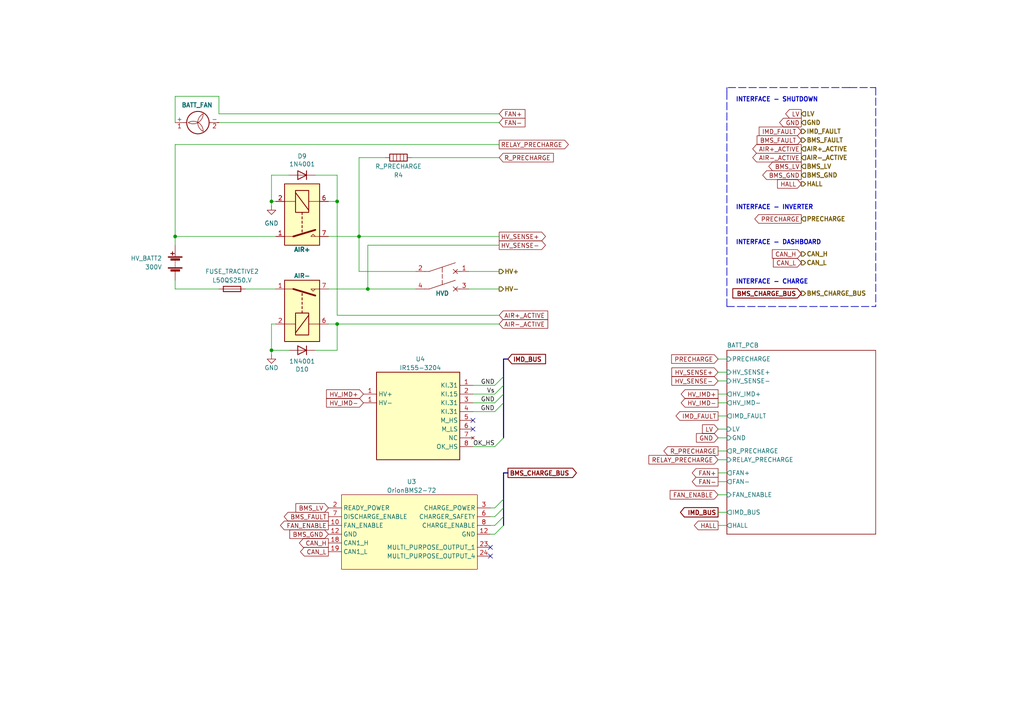
<source format=kicad_sch>
(kicad_sch (version 20211123) (generator eeschema)

  (uuid e7f25f13-075d-470c-8625-49d1ad7153b8)

  (paper "A4")

  (lib_symbols
    (symbol "A-FA_PARTS:IR155-3204" (in_bom yes) (on_board yes)
      (property "Reference" "U" (id 0) (at 0 12.7 0)
        (effects (font (size 1.27 1.27)))
      )
      (property "Value" "IR155-3204" (id 1) (at 0 0 0)
        (effects (font (size 1.27 1.27)))
      )
      (property "Footprint" "" (id 2) (at 0 0 0)
        (effects (font (size 1.27 1.27)) hide)
      )
      (property "Datasheet" "" (id 3) (at 0 0 0)
        (effects (font (size 1.27 1.27)) hide)
      )
      (symbol "IR155-3204_0_1"
        (rectangle (start -12.7 11.43) (end 11.43 -13.97)
          (stroke (width 0.25) (type default) (color 0 0 0 0))
          (fill (type background))
        )
      )
      (symbol "IR155-3204_1_1"
        (pin input line (at -16.51 5.08 0) (length 3.81)
          (name "HV+" (effects (font (size 1.27 1.27))))
          (number "1" (effects (font (size 1.27 1.27))))
        )
        (pin input line (at -16.51 2.54 0) (length 3.81)
          (name "HV-" (effects (font (size 1.27 1.27))))
          (number "1" (effects (font (size 1.27 1.27))))
        )
        (pin input line (at 15.24 7.62 180) (length 3.81)
          (name "KI.31" (effects (font (size 1.27 1.27))))
          (number "1" (effects (font (size 1.27 1.27))))
        )
        (pin input line (at 15.24 5.08 180) (length 3.81)
          (name "KI.15" (effects (font (size 1.27 1.27))))
          (number "2" (effects (font (size 1.27 1.27))))
        )
        (pin input line (at 15.24 2.54 180) (length 3.81)
          (name "KI.31" (effects (font (size 1.27 1.27))))
          (number "3" (effects (font (size 1.27 1.27))))
        )
        (pin input line (at 15.24 0 180) (length 3.81)
          (name "KI.31" (effects (font (size 1.27 1.27))))
          (number "4" (effects (font (size 1.27 1.27))))
        )
        (pin input line (at 15.24 -2.54 180) (length 3.81)
          (name "M_HS" (effects (font (size 1.27 1.27))))
          (number "5" (effects (font (size 1.27 1.27))))
        )
        (pin input line (at 15.24 -5.08 180) (length 3.81)
          (name "M_LS" (effects (font (size 1.27 1.27))))
          (number "6" (effects (font (size 1.27 1.27))))
        )
        (pin no_connect line (at 15.24 -7.62 180) (length 3.81)
          (name "NC" (effects (font (size 1.27 1.27))))
          (number "7" (effects (font (size 1.27 1.27))))
        )
        (pin input line (at 15.24 -10.16 180) (length 3.81)
          (name "OK_HS" (effects (font (size 1.27 1.27))))
          (number "8" (effects (font (size 1.27 1.27))))
        )
      )
    )
    (symbol "A-FA_PARTS:OrionBMS2-72" (in_bom yes) (on_board yes)
      (property "Reference" "U" (id 0) (at 0 0 0)
        (effects (font (size 1.27 1.27)))
      )
      (property "Value" "OrionBMS2-72" (id 1) (at 0 0 0)
        (effects (font (size 1.27 1.27)))
      )
      (property "Footprint" "" (id 2) (at 0 0 0)
        (effects (font (size 1.27 1.27)) hide)
      )
      (property "Datasheet" "" (id 3) (at 0 0 0)
        (effects (font (size 1.27 1.27)) hide)
      )
      (symbol "OrionBMS2-72_0_1"
        (rectangle (start -20.32 10.16) (end 19.05 -11.43)
          (stroke (width 0) (type default) (color 0 0 0 0))
          (fill (type background))
        )
      )
      (symbol "OrionBMS2-72_1_1"
        (pin input line (at -24.13 1.27 0) (length 3.81)
          (name "FAN_ENABLE" (effects (font (size 1.27 1.27))))
          (number "10" (effects (font (size 1.27 1.27))))
        )
        (pin input line (at -24.13 -1.27 0) (length 3.81)
          (name "GND" (effects (font (size 1.27 1.27))))
          (number "12" (effects (font (size 1.27 1.27))))
        )
        (pin input line (at 22.86 -1.27 180) (length 3.81)
          (name "GND" (effects (font (size 1.27 1.27))))
          (number "12" (effects (font (size 1.27 1.27))))
        )
        (pin input line (at -24.13 -3.81 0) (length 3.81)
          (name "CAN1_H" (effects (font (size 1.27 1.27))))
          (number "18" (effects (font (size 1.27 1.27))))
        )
        (pin input line (at -24.13 -6.35 0) (length 3.81)
          (name "CAN1_L" (effects (font (size 1.27 1.27))))
          (number "19" (effects (font (size 1.27 1.27))))
        )
        (pin input line (at -24.13 6.35 0) (length 3.81)
          (name "READY_POWER" (effects (font (size 1.27 1.27))))
          (number "2" (effects (font (size 1.27 1.27))))
        )
        (pin input line (at 22.86 -5.08 180) (length 3.81)
          (name "MULTI_PURPOSE_OUTPUT_1" (effects (font (size 1.27 1.27))))
          (number "23" (effects (font (size 1.27 1.27))))
        )
        (pin input line (at 22.86 -7.62 180) (length 3.81)
          (name "MULTI_PURPOSE_OUTPUT_4" (effects (font (size 1.27 1.27))))
          (number "24" (effects (font (size 1.27 1.27))))
        )
        (pin input line (at 22.86 6.35 180) (length 3.81)
          (name "CHARGE_POWER" (effects (font (size 1.27 1.27))))
          (number "3" (effects (font (size 1.27 1.27))))
        )
        (pin input line (at 22.86 3.81 180) (length 3.81)
          (name "CHARGER_SAFETY" (effects (font (size 1.27 1.27))))
          (number "6" (effects (font (size 1.27 1.27))))
        )
        (pin input line (at -24.13 3.81 0) (length 3.81)
          (name "DISCHARGE_ENABLE" (effects (font (size 1.27 1.27))))
          (number "7" (effects (font (size 1.27 1.27))))
        )
        (pin input line (at 22.86 1.27 180) (length 3.81)
          (name "CHARGE_ENABLE" (effects (font (size 1.27 1.27))))
          (number "8" (effects (font (size 1.27 1.27))))
        )
      )
    )
    (symbol "DIPxx-1Axx-12x_1" (in_bom yes) (on_board yes)
      (property "Reference" "K" (id 0) (at 8.89 3.81 0)
        (effects (font (size 1.27 1.27)) (justify left))
      )
      (property "Value" "DIPxx-1Axx-12x_1" (id 1) (at 8.89 1.27 0)
        (effects (font (size 1.27 1.27)) (justify left))
      )
      (property "Footprint" "Relay_THT:Relay_StandexMeder_DIP_LowProfile" (id 2) (at 8.89 -1.27 0)
        (effects (font (size 1.27 1.27)) (justify left) hide)
      )
      (property "Datasheet" "https://standexelectronics.com/wp-content/uploads/datasheet_reed_relay_DIP.pdf" (id 3) (at 0 0 0)
        (effects (font (size 1.27 1.27)) hide)
      )
      (property "ki_keywords" "Single Pole Reed Relay SPST" (id 4) (at 0 0 0)
        (effects (font (size 1.27 1.27)) hide)
      )
      (property "ki_description" "Standex Meder DIP reed relay, SPST, Closing Contact" (id 5) (at 0 0 0)
        (effects (font (size 1.27 1.27)) hide)
      )
      (property "ki_fp_filters" "Relay*StandexMeder*DIP*LowProfile*" (id 6) (at 0 0 0)
        (effects (font (size 1.27 1.27)) hide)
      )
      (symbol "DIPxx-1Axx-12x_1_0_0"
        (polyline
          (pts
            (xy 5.08 5.08)
            (xy 5.08 2.54)
            (xy 4.445 3.175)
            (xy 5.08 3.81)
          )
          (stroke (width 0) (type default) (color 0 0 0 0))
          (fill (type none))
        )
      )
      (symbol "DIPxx-1Axx-12x_1_0_1"
        (rectangle (start -10.16 5.08) (end 7.62 -5.08)
          (stroke (width 0.254) (type default) (color 0 0 0 0))
          (fill (type background))
        )
        (rectangle (start -8.255 1.905) (end -1.905 -1.905)
          (stroke (width 0.254) (type default) (color 0 0 0 0))
          (fill (type none))
        )
        (polyline
          (pts
            (xy -7.62 -1.905)
            (xy -2.54 1.905)
          )
          (stroke (width 0.254) (type default) (color 0 0 0 0))
          (fill (type none))
        )
        (polyline
          (pts
            (xy -5.08 -5.08)
            (xy -5.08 -1.905)
          )
          (stroke (width 0) (type default) (color 0 0 0 0))
          (fill (type none))
        )
        (polyline
          (pts
            (xy -5.08 5.08)
            (xy -5.08 1.905)
          )
          (stroke (width 0) (type default) (color 0 0 0 0))
          (fill (type none))
        )
        (polyline
          (pts
            (xy -1.905 0)
            (xy -1.27 0)
          )
          (stroke (width 0.254) (type default) (color 0 0 0 0))
          (fill (type none))
        )
        (polyline
          (pts
            (xy -0.635 0)
            (xy 0 0)
          )
          (stroke (width 0.254) (type default) (color 0 0 0 0))
          (fill (type none))
        )
        (polyline
          (pts
            (xy 0.635 0)
            (xy 1.27 0)
          )
          (stroke (width 0.254) (type default) (color 0 0 0 0))
          (fill (type none))
        )
        (polyline
          (pts
            (xy 1.905 0)
            (xy 2.54 0)
          )
          (stroke (width 0.254) (type default) (color 0 0 0 0))
          (fill (type none))
        )
        (polyline
          (pts
            (xy 3.175 0)
            (xy 3.81 0)
          )
          (stroke (width 0.254) (type default) (color 0 0 0 0))
          (fill (type none))
        )
        (polyline
          (pts
            (xy 5.08 -2.54)
            (xy 3.175 3.81)
          )
          (stroke (width 0.508) (type default) (color 0 0 0 0))
          (fill (type none))
        )
        (polyline
          (pts
            (xy 5.08 -2.54)
            (xy 5.08 -5.08)
          )
          (stroke (width 0) (type default) (color 0 0 0 0))
          (fill (type none))
        )
      )
      (symbol "DIPxx-1Axx-12x_1_1_1"
        (pin passive line (at 5.08 -7.62 90) (length 2.54)
          (name "~" (effects (font (size 1.27 1.27))))
          (number "1" (effects (font (size 1.27 1.27))))
        )
        (pin passive line (at -5.08 -7.62 90) (length 2.54) hide
          (name "~" (effects (font (size 1.27 1.27))))
          (number "13" (effects (font (size 1.27 1.27))))
        )
        (pin passive line (at 5.08 -7.62 90) (length 2.54) hide
          (name "~" (effects (font (size 1.27 1.27))))
          (number "14" (effects (font (size 1.27 1.27))))
        )
        (pin passive line (at -5.08 -7.62 90) (length 2.54)
          (name "~" (effects (font (size 1.27 1.27))))
          (number "2" (effects (font (size 1.27 1.27))))
        )
        (pin passive line (at -5.08 7.62 270) (length 2.54)
          (name "~" (effects (font (size 1.27 1.27))))
          (number "6" (effects (font (size 1.27 1.27))))
        )
        (pin passive line (at 5.08 7.62 270) (length 2.54)
          (name "~" (effects (font (size 1.27 1.27))))
          (number "7" (effects (font (size 1.27 1.27))))
        )
        (pin passive line (at 5.08 7.62 270) (length 2.54) hide
          (name "~" (effects (font (size 1.27 1.27))))
          (number "8" (effects (font (size 1.27 1.27))))
        )
      )
    )
    (symbol "Device:Battery" (pin_numbers hide) (pin_names (offset 0) hide) (in_bom yes) (on_board yes)
      (property "Reference" "BT" (id 0) (at 2.54 2.54 0)
        (effects (font (size 1.27 1.27)) (justify left))
      )
      (property "Value" "Battery" (id 1) (at 2.54 0 0)
        (effects (font (size 1.27 1.27)) (justify left))
      )
      (property "Footprint" "" (id 2) (at 0 1.524 90)
        (effects (font (size 1.27 1.27)) hide)
      )
      (property "Datasheet" "~" (id 3) (at 0 1.524 90)
        (effects (font (size 1.27 1.27)) hide)
      )
      (property "ki_keywords" "batt voltage-source cell" (id 4) (at 0 0 0)
        (effects (font (size 1.27 1.27)) hide)
      )
      (property "ki_description" "Multiple-cell battery" (id 5) (at 0 0 0)
        (effects (font (size 1.27 1.27)) hide)
      )
      (symbol "Battery_0_1"
        (rectangle (start -2.032 -1.397) (end 2.032 -1.651)
          (stroke (width 0) (type default) (color 0 0 0 0))
          (fill (type outline))
        )
        (rectangle (start -2.032 1.778) (end 2.032 1.524)
          (stroke (width 0) (type default) (color 0 0 0 0))
          (fill (type outline))
        )
        (rectangle (start -1.3208 -1.9812) (end 1.27 -2.4892)
          (stroke (width 0) (type default) (color 0 0 0 0))
          (fill (type outline))
        )
        (rectangle (start -1.3208 1.1938) (end 1.27 0.6858)
          (stroke (width 0) (type default) (color 0 0 0 0))
          (fill (type outline))
        )
        (polyline
          (pts
            (xy 0 -1.524)
            (xy 0 -1.27)
          )
          (stroke (width 0) (type default) (color 0 0 0 0))
          (fill (type none))
        )
        (polyline
          (pts
            (xy 0 -1.016)
            (xy 0 -0.762)
          )
          (stroke (width 0) (type default) (color 0 0 0 0))
          (fill (type none))
        )
        (polyline
          (pts
            (xy 0 -0.508)
            (xy 0 -0.254)
          )
          (stroke (width 0) (type default) (color 0 0 0 0))
          (fill (type none))
        )
        (polyline
          (pts
            (xy 0 0)
            (xy 0 0.254)
          )
          (stroke (width 0) (type default) (color 0 0 0 0))
          (fill (type none))
        )
        (polyline
          (pts
            (xy 0 0.508)
            (xy 0 0.762)
          )
          (stroke (width 0) (type default) (color 0 0 0 0))
          (fill (type none))
        )
        (polyline
          (pts
            (xy 0 1.778)
            (xy 0 2.54)
          )
          (stroke (width 0) (type default) (color 0 0 0 0))
          (fill (type none))
        )
        (polyline
          (pts
            (xy 0.254 2.667)
            (xy 1.27 2.667)
          )
          (stroke (width 0.254) (type default) (color 0 0 0 0))
          (fill (type none))
        )
        (polyline
          (pts
            (xy 0.762 3.175)
            (xy 0.762 2.159)
          )
          (stroke (width 0.254) (type default) (color 0 0 0 0))
          (fill (type none))
        )
      )
      (symbol "Battery_1_1"
        (pin passive line (at 0 5.08 270) (length 2.54)
          (name "+" (effects (font (size 1.27 1.27))))
          (number "1" (effects (font (size 1.27 1.27))))
        )
        (pin passive line (at 0 -5.08 90) (length 2.54)
          (name "-" (effects (font (size 1.27 1.27))))
          (number "2" (effects (font (size 1.27 1.27))))
        )
      )
    )
    (symbol "Device:CircuitBreaker_2P" (in_bom yes) (on_board yes)
      (property "Reference" "CB" (id 0) (at 3.81 0 0)
        (effects (font (size 1.27 1.27)) (justify left))
      )
      (property "Value" "CircuitBreaker_2P" (id 1) (at 3.81 2.54 0)
        (effects (font (size 1.27 1.27)) (justify left))
      )
      (property "Footprint" "" (id 2) (at -2.54 0 0)
        (effects (font (size 1.27 1.27)) hide)
      )
      (property "Datasheet" "~" (id 3) (at -2.54 0 0)
        (effects (font (size 1.27 1.27)) hide)
      )
      (property "ki_keywords" "CB 2P" (id 4) (at 0 0 0)
        (effects (font (size 1.27 1.27)) hide)
      )
      (property "ki_description" "Double pole circuit breaker" (id 5) (at 0 0 0)
        (effects (font (size 1.27 1.27)) hide)
      )
      (symbol "CircuitBreaker_2P_0_1"
        (polyline
          (pts
            (xy -3.81 0)
            (xy -2.286 0)
          )
          (stroke (width 0) (type default) (color 0 0 0 0))
          (fill (type none))
        )
        (polyline
          (pts
            (xy -2.54 -3.81)
            (xy -5.08 3.81)
          )
          (stroke (width 0) (type default) (color 0 0 0 0))
          (fill (type none))
        )
        (polyline
          (pts
            (xy -1.778 0)
            (xy -0.508 0)
          )
          (stroke (width 0) (type default) (color 0 0 0 0))
          (fill (type none))
        )
        (polyline
          (pts
            (xy 0 0)
            (xy 1.27 0)
          )
          (stroke (width 0) (type default) (color 0 0 0 0))
          (fill (type none))
        )
        (polyline
          (pts
            (xy 2.54 -5.08)
            (xy 2.54 -3.81)
          )
          (stroke (width 0) (type default) (color 0 0 0 0))
          (fill (type none))
        )
        (polyline
          (pts
            (xy 2.54 -3.81)
            (xy 0 3.81)
          )
          (stroke (width 0) (type default) (color 0 0 0 0))
          (fill (type none))
        )
      )
      (symbol "CircuitBreaker_2P_1_1"
        (polyline
          (pts
            (xy -3.175 4.445)
            (xy -1.905 3.175)
          )
          (stroke (width 0) (type default) (color 0 0 0 0))
          (fill (type none))
        )
        (polyline
          (pts
            (xy -2.54 -3.81)
            (xy -2.54 -5.08)
          )
          (stroke (width 0) (type default) (color 0 0 0 0))
          (fill (type none))
        )
        (polyline
          (pts
            (xy -2.54 5.08)
            (xy -2.54 3.81)
          )
          (stroke (width 0) (type default) (color 0 0 0 0))
          (fill (type none))
        )
        (polyline
          (pts
            (xy -1.905 4.445)
            (xy -3.175 3.175)
          )
          (stroke (width 0) (type default) (color 0 0 0 0))
          (fill (type none))
        )
        (polyline
          (pts
            (xy 1.905 4.445)
            (xy 3.175 3.175)
          )
          (stroke (width 0) (type default) (color 0 0 0 0))
          (fill (type none))
        )
        (polyline
          (pts
            (xy 2.54 5.08)
            (xy 2.54 3.81)
          )
          (stroke (width 0) (type default) (color 0 0 0 0))
          (fill (type none))
        )
        (polyline
          (pts
            (xy 3.175 4.445)
            (xy 1.905 3.175)
          )
          (stroke (width 0) (type default) (color 0 0 0 0))
          (fill (type none))
        )
        (pin passive line (at -2.54 7.62 270) (length 2.54)
          (name "~" (effects (font (size 1.27 1.27))))
          (number "1" (effects (font (size 1.27 1.27))))
        )
        (pin passive line (at -2.54 -7.62 90) (length 2.54)
          (name "~" (effects (font (size 1.27 1.27))))
          (number "2" (effects (font (size 1.27 1.27))))
        )
        (pin passive line (at 2.54 7.62 270) (length 2.54)
          (name "~" (effects (font (size 1.27 1.27))))
          (number "3" (effects (font (size 1.27 1.27))))
        )
        (pin passive line (at 2.54 -7.62 90) (length 2.54)
          (name "~" (effects (font (size 1.27 1.27))))
          (number "4" (effects (font (size 1.27 1.27))))
        )
      )
    )
    (symbol "Device:Fuse" (pin_numbers hide) (pin_names (offset 0)) (in_bom yes) (on_board yes)
      (property "Reference" "F" (id 0) (at 2.032 0 90)
        (effects (font (size 1.27 1.27)))
      )
      (property "Value" "Fuse" (id 1) (at -1.905 0 90)
        (effects (font (size 1.27 1.27)))
      )
      (property "Footprint" "" (id 2) (at -1.778 0 90)
        (effects (font (size 1.27 1.27)) hide)
      )
      (property "Datasheet" "~" (id 3) (at 0 0 0)
        (effects (font (size 1.27 1.27)) hide)
      )
      (property "ki_keywords" "fuse" (id 4) (at 0 0 0)
        (effects (font (size 1.27 1.27)) hide)
      )
      (property "ki_description" "Fuse" (id 5) (at 0 0 0)
        (effects (font (size 1.27 1.27)) hide)
      )
      (property "ki_fp_filters" "*Fuse*" (id 6) (at 0 0 0)
        (effects (font (size 1.27 1.27)) hide)
      )
      (symbol "Fuse_0_1"
        (rectangle (start -0.762 -2.54) (end 0.762 2.54)
          (stroke (width 0.254) (type default) (color 0 0 0 0))
          (fill (type none))
        )
        (polyline
          (pts
            (xy 0 2.54)
            (xy 0 -2.54)
          )
          (stroke (width 0) (type default) (color 0 0 0 0))
          (fill (type none))
        )
      )
      (symbol "Fuse_1_1"
        (pin passive line (at 0 3.81 270) (length 1.27)
          (name "~" (effects (font (size 1.27 1.27))))
          (number "1" (effects (font (size 1.27 1.27))))
        )
        (pin passive line (at 0 -3.81 90) (length 1.27)
          (name "~" (effects (font (size 1.27 1.27))))
          (number "2" (effects (font (size 1.27 1.27))))
        )
      )
    )
    (symbol "Device:Heater" (pin_numbers hide) (pin_names (offset 0)) (in_bom yes) (on_board yes)
      (property "Reference" "R" (id 0) (at 2.032 0 90)
        (effects (font (size 1.27 1.27)))
      )
      (property "Value" "Heater" (id 1) (at -2.032 0 90)
        (effects (font (size 1.27 1.27)))
      )
      (property "Footprint" "" (id 2) (at -1.778 0 90)
        (effects (font (size 1.27 1.27)) hide)
      )
      (property "Datasheet" "~" (id 3) (at 0 0 0)
        (effects (font (size 1.27 1.27)) hide)
      )
      (property "ki_keywords" "heater R resistor" (id 4) (at 0 0 0)
        (effects (font (size 1.27 1.27)) hide)
      )
      (property "ki_description" "Resistive heater" (id 5) (at 0 0 0)
        (effects (font (size 1.27 1.27)) hide)
      )
      (symbol "Heater_0_1"
        (rectangle (start -1.016 -2.54) (end 1.016 2.54)
          (stroke (width 0.254) (type default) (color 0 0 0 0))
          (fill (type none))
        )
        (polyline
          (pts
            (xy -1.016 1.524)
            (xy 1.016 1.524)
          )
          (stroke (width 0) (type default) (color 0 0 0 0))
          (fill (type none))
        )
        (polyline
          (pts
            (xy 1.016 -1.524)
            (xy -1.016 -1.524)
          )
          (stroke (width 0) (type default) (color 0 0 0 0))
          (fill (type none))
        )
        (polyline
          (pts
            (xy 1.016 -0.508)
            (xy -1.016 -0.508)
          )
          (stroke (width 0) (type default) (color 0 0 0 0))
          (fill (type none))
        )
        (polyline
          (pts
            (xy 1.016 0.508)
            (xy -1.016 0.508)
          )
          (stroke (width 0) (type default) (color 0 0 0 0))
          (fill (type none))
        )
      )
      (symbol "Heater_1_1"
        (pin passive line (at 0 3.81 270) (length 1.27)
          (name "~" (effects (font (size 1.27 1.27))))
          (number "1" (effects (font (size 1.27 1.27))))
        )
        (pin passive line (at 0 -3.81 90) (length 1.27)
          (name "~" (effects (font (size 1.27 1.27))))
          (number "2" (effects (font (size 1.27 1.27))))
        )
      )
    )
    (symbol "Diode:1N4001" (pin_numbers hide) (pin_names (offset 1.016) hide) (in_bom yes) (on_board yes)
      (property "Reference" "D" (id 0) (at 0 2.54 0)
        (effects (font (size 1.27 1.27)))
      )
      (property "Value" "1N4001" (id 1) (at 0 -2.54 0)
        (effects (font (size 1.27 1.27)))
      )
      (property "Footprint" "Diode_THT:D_DO-41_SOD81_P10.16mm_Horizontal" (id 2) (at 0 -4.445 0)
        (effects (font (size 1.27 1.27)) hide)
      )
      (property "Datasheet" "http://www.vishay.com/docs/88503/1n4001.pdf" (id 3) (at 0 0 0)
        (effects (font (size 1.27 1.27)) hide)
      )
      (property "ki_keywords" "diode" (id 4) (at 0 0 0)
        (effects (font (size 1.27 1.27)) hide)
      )
      (property "ki_description" "50V 1A General Purpose Rectifier Diode, DO-41" (id 5) (at 0 0 0)
        (effects (font (size 1.27 1.27)) hide)
      )
      (property "ki_fp_filters" "D*DO?41*" (id 6) (at 0 0 0)
        (effects (font (size 1.27 1.27)) hide)
      )
      (symbol "1N4001_0_1"
        (polyline
          (pts
            (xy -1.27 1.27)
            (xy -1.27 -1.27)
          )
          (stroke (width 0.254) (type default) (color 0 0 0 0))
          (fill (type none))
        )
        (polyline
          (pts
            (xy 1.27 0)
            (xy -1.27 0)
          )
          (stroke (width 0) (type default) (color 0 0 0 0))
          (fill (type none))
        )
        (polyline
          (pts
            (xy 1.27 1.27)
            (xy 1.27 -1.27)
            (xy -1.27 0)
            (xy 1.27 1.27)
          )
          (stroke (width 0.254) (type default) (color 0 0 0 0))
          (fill (type none))
        )
      )
      (symbol "1N4001_1_1"
        (pin passive line (at -3.81 0 0) (length 2.54)
          (name "K" (effects (font (size 1.27 1.27))))
          (number "1" (effects (font (size 1.27 1.27))))
        )
        (pin passive line (at 3.81 0 180) (length 2.54)
          (name "A" (effects (font (size 1.27 1.27))))
          (number "2" (effects (font (size 1.27 1.27))))
        )
      )
    )
    (symbol "Motor:Fan" (pin_names (offset 0)) (in_bom yes) (on_board yes)
      (property "Reference" "M" (id 0) (at 2.54 5.08 0)
        (effects (font (size 1.27 1.27)) (justify left))
      )
      (property "Value" "Fan" (id 1) (at 2.54 -2.54 0)
        (effects (font (size 1.27 1.27)) (justify left top))
      )
      (property "Footprint" "" (id 2) (at 0 0.254 0)
        (effects (font (size 1.27 1.27)) hide)
      )
      (property "Datasheet" "~" (id 3) (at 0 0.254 0)
        (effects (font (size 1.27 1.27)) hide)
      )
      (property "ki_keywords" "Fan Motor" (id 4) (at 0 0 0)
        (effects (font (size 1.27 1.27)) hide)
      )
      (property "ki_description" "Fan" (id 5) (at 0 0 0)
        (effects (font (size 1.27 1.27)) hide)
      )
      (property "ki_fp_filters" "PinHeader*P2.54mm* TerminalBlock*" (id 6) (at 0 0 0)
        (effects (font (size 1.27 1.27)) hide)
      )
      (symbol "Fan_0_1"
        (arc (start -2.54 -0.508) (mid -0.0014 0.9048) (end 0 3.81)
          (stroke (width 0) (type default) (color 0 0 0 0))
          (fill (type none))
        )
        (polyline
          (pts
            (xy 0 -5.08)
            (xy 0 -4.572)
          )
          (stroke (width 0) (type default) (color 0 0 0 0))
          (fill (type none))
        )
        (polyline
          (pts
            (xy 0 -2.2352)
            (xy 0 -2.6416)
          )
          (stroke (width 0) (type default) (color 0 0 0 0))
          (fill (type none))
        )
        (polyline
          (pts
            (xy 0 4.2672)
            (xy 0 4.6228)
          )
          (stroke (width 0) (type default) (color 0 0 0 0))
          (fill (type none))
        )
        (polyline
          (pts
            (xy 0 4.572)
            (xy 0 5.08)
          )
          (stroke (width 0) (type default) (color 0 0 0 0))
          (fill (type none))
        )
        (circle (center 0 1.016) (radius 3.2512)
          (stroke (width 0.254) (type default) (color 0 0 0 0))
          (fill (type none))
        )
        (arc (start 0 3.81) (mid 0.0468 0.9315) (end 2.54 -0.508)
          (stroke (width 0) (type default) (color 0 0 0 0))
          (fill (type none))
        )
        (arc (start 2.54 -0.508) (mid 0 1.0618) (end -2.54 -0.508)
          (stroke (width 0) (type default) (color 0 0 0 0))
          (fill (type none))
        )
      )
      (symbol "Fan_1_1"
        (pin passive line (at 0 7.62 270) (length 2.54)
          (name "+" (effects (font (size 1.27 1.27))))
          (number "1" (effects (font (size 1.27 1.27))))
        )
        (pin passive line (at 0 -5.08 90) (length 2.54)
          (name "-" (effects (font (size 1.27 1.27))))
          (number "2" (effects (font (size 1.27 1.27))))
        )
      )
    )
    (symbol "Relay:DIPxx-1Axx-12x" (in_bom yes) (on_board yes)
      (property "Reference" "K" (id 0) (at 8.89 3.81 0)
        (effects (font (size 1.27 1.27)) (justify left))
      )
      (property "Value" "DIPxx-1Axx-12x" (id 1) (at 8.89 1.27 0)
        (effects (font (size 1.27 1.27)) (justify left))
      )
      (property "Footprint" "Relay_THT:Relay_StandexMeder_DIP_LowProfile" (id 2) (at 8.89 -1.27 0)
        (effects (font (size 1.27 1.27)) (justify left) hide)
      )
      (property "Datasheet" "https://standexelectronics.com/wp-content/uploads/datasheet_reed_relay_DIP.pdf" (id 3) (at 0 0 0)
        (effects (font (size 1.27 1.27)) hide)
      )
      (property "ki_keywords" "Single Pole Reed Relay SPST" (id 4) (at 0 0 0)
        (effects (font (size 1.27 1.27)) hide)
      )
      (property "ki_description" "Standex Meder DIP reed relay, SPST, Closing Contact" (id 5) (at 0 0 0)
        (effects (font (size 1.27 1.27)) hide)
      )
      (property "ki_fp_filters" "Relay*StandexMeder*DIP*LowProfile*" (id 6) (at 0 0 0)
        (effects (font (size 1.27 1.27)) hide)
      )
      (symbol "DIPxx-1Axx-12x_0_0"
        (polyline
          (pts
            (xy 5.08 5.08)
            (xy 5.08 2.54)
            (xy 4.445 3.175)
            (xy 5.08 3.81)
          )
          (stroke (width 0) (type default) (color 0 0 0 0))
          (fill (type none))
        )
      )
      (symbol "DIPxx-1Axx-12x_0_1"
        (rectangle (start -10.16 5.08) (end 7.62 -5.08)
          (stroke (width 0.254) (type default) (color 0 0 0 0))
          (fill (type background))
        )
        (rectangle (start -8.255 1.905) (end -1.905 -1.905)
          (stroke (width 0.254) (type default) (color 0 0 0 0))
          (fill (type none))
        )
        (polyline
          (pts
            (xy -7.62 -1.905)
            (xy -2.54 1.905)
          )
          (stroke (width 0.254) (type default) (color 0 0 0 0))
          (fill (type none))
        )
        (polyline
          (pts
            (xy -5.08 -5.08)
            (xy -5.08 -1.905)
          )
          (stroke (width 0) (type default) (color 0 0 0 0))
          (fill (type none))
        )
        (polyline
          (pts
            (xy -5.08 5.08)
            (xy -5.08 1.905)
          )
          (stroke (width 0) (type default) (color 0 0 0 0))
          (fill (type none))
        )
        (polyline
          (pts
            (xy -1.905 0)
            (xy -1.27 0)
          )
          (stroke (width 0.254) (type default) (color 0 0 0 0))
          (fill (type none))
        )
        (polyline
          (pts
            (xy -0.635 0)
            (xy 0 0)
          )
          (stroke (width 0.254) (type default) (color 0 0 0 0))
          (fill (type none))
        )
        (polyline
          (pts
            (xy 0.635 0)
            (xy 1.27 0)
          )
          (stroke (width 0.254) (type default) (color 0 0 0 0))
          (fill (type none))
        )
        (polyline
          (pts
            (xy 1.905 0)
            (xy 2.54 0)
          )
          (stroke (width 0.254) (type default) (color 0 0 0 0))
          (fill (type none))
        )
        (polyline
          (pts
            (xy 3.175 0)
            (xy 3.81 0)
          )
          (stroke (width 0.254) (type default) (color 0 0 0 0))
          (fill (type none))
        )
        (polyline
          (pts
            (xy 5.08 -2.54)
            (xy 3.175 3.81)
          )
          (stroke (width 0.508) (type default) (color 0 0 0 0))
          (fill (type none))
        )
        (polyline
          (pts
            (xy 5.08 -2.54)
            (xy 5.08 -5.08)
          )
          (stroke (width 0) (type default) (color 0 0 0 0))
          (fill (type none))
        )
      )
      (symbol "DIPxx-1Axx-12x_1_1"
        (pin passive line (at 5.08 -7.62 90) (length 2.54)
          (name "~" (effects (font (size 1.27 1.27))))
          (number "1" (effects (font (size 1.27 1.27))))
        )
        (pin passive line (at -5.08 -7.62 90) (length 2.54) hide
          (name "~" (effects (font (size 1.27 1.27))))
          (number "13" (effects (font (size 1.27 1.27))))
        )
        (pin passive line (at 5.08 -7.62 90) (length 2.54) hide
          (name "~" (effects (font (size 1.27 1.27))))
          (number "14" (effects (font (size 1.27 1.27))))
        )
        (pin passive line (at -5.08 -7.62 90) (length 2.54)
          (name "~" (effects (font (size 1.27 1.27))))
          (number "2" (effects (font (size 1.27 1.27))))
        )
        (pin passive line (at -5.08 7.62 270) (length 2.54)
          (name "~" (effects (font (size 1.27 1.27))))
          (number "6" (effects (font (size 1.27 1.27))))
        )
        (pin passive line (at 5.08 7.62 270) (length 2.54)
          (name "~" (effects (font (size 1.27 1.27))))
          (number "7" (effects (font (size 1.27 1.27))))
        )
        (pin passive line (at 5.08 7.62 270) (length 2.54) hide
          (name "~" (effects (font (size 1.27 1.27))))
          (number "8" (effects (font (size 1.27 1.27))))
        )
      )
    )
    (symbol "power:GND" (power) (pin_names (offset 0)) (in_bom yes) (on_board yes)
      (property "Reference" "#PWR" (id 0) (at 0 -6.35 0)
        (effects (font (size 1.27 1.27)) hide)
      )
      (property "Value" "GND" (id 1) (at 0 -3.81 0)
        (effects (font (size 1.27 1.27)))
      )
      (property "Footprint" "" (id 2) (at 0 0 0)
        (effects (font (size 1.27 1.27)) hide)
      )
      (property "Datasheet" "" (id 3) (at 0 0 0)
        (effects (font (size 1.27 1.27)) hide)
      )
      (property "ki_keywords" "power-flag" (id 4) (at 0 0 0)
        (effects (font (size 1.27 1.27)) hide)
      )
      (property "ki_description" "Power symbol creates a global label with name \"GND\" , ground" (id 5) (at 0 0 0)
        (effects (font (size 1.27 1.27)) hide)
      )
      (symbol "GND_0_1"
        (polyline
          (pts
            (xy 0 0)
            (xy 0 -1.27)
            (xy 1.27 -1.27)
            (xy 0 -2.54)
            (xy -1.27 -1.27)
            (xy 0 -1.27)
          )
          (stroke (width 0) (type default) (color 0 0 0 0))
          (fill (type none))
        )
      )
      (symbol "GND_1_1"
        (pin power_in line (at 0 0 270) (length 0) hide
          (name "GND" (effects (font (size 1.27 1.27))))
          (number "1" (effects (font (size 1.27 1.27))))
        )
      )
    )
  )

  (junction (at 97.79 58.42) (diameter 0) (color 0 0 0 0)
    (uuid 28f3d2f6-1e8f-4c03-ac56-568d91c54f5f)
  )
  (junction (at 78.74 58.42) (diameter 0) (color 0 0 0 0)
    (uuid 2c0cb056-5889-41da-8cf9-3134270b4855)
  )
  (junction (at 97.79 93.98) (diameter 0) (color 0 0 0 0)
    (uuid 65a1f63e-f44c-46fc-9cfb-e76ae4257a47)
  )
  (junction (at 50.8 68.58) (diameter 0) (color 0 0 0 0)
    (uuid 968dca4e-e6a1-4240-9901-1dcec3ca2ef1)
  )
  (junction (at 78.74 101.6) (diameter 0) (color 0 0 0 0)
    (uuid a885df68-4802-494b-affb-bc4d3518a5ee)
  )
  (junction (at 104.14 68.58) (diameter 0) (color 0 0 0 0)
    (uuid d804ca16-130a-4f88-8346-44206c1d9321)
  )
  (junction (at 106.68 83.82) (diameter 0) (color 0 0 0 0)
    (uuid e0716915-01f0-46ed-bb5f-9b096325f22e)
  )

  (no_connect (at 142.24 161.29) (uuid 4629d489-5bdb-475f-8c23-81b58a5bf64c))
  (no_connect (at 137.16 124.46) (uuid 663fbaf9-bec4-4c76-8a11-51fb5d403db4))
  (no_connect (at 137.16 121.92) (uuid c36ee5eb-1938-4521-841a-f9b3045572b0))
  (no_connect (at 142.24 158.75) (uuid d2d52948-0405-4036-bf41-a0f9f3615ae9))

  (bus_entry (at 143.51 119.38) (size 2.54 -2.54)
    (stroke (width 0) (type default) (color 0 0 0 0))
    (uuid 5c4729de-28e4-4a16-b7e1-f812b3214b2b)
  )
  (bus_entry (at 146.05 149.86) (size -2.54 2.54)
    (stroke (width 0) (type default) (color 0 0 0 0))
    (uuid 7ca787ee-09fc-4e1c-b10d-d30cb3f99f25)
  )
  (bus_entry (at 146.05 144.78) (size -2.54 2.54)
    (stroke (width 0) (type default) (color 0 0 0 0))
    (uuid 7ca787ee-09fc-4e1c-b10d-d30cb3f99f26)
  )
  (bus_entry (at 146.05 147.32) (size -2.54 2.54)
    (stroke (width 0) (type default) (color 0 0 0 0))
    (uuid 7ca787ee-09fc-4e1c-b10d-d30cb3f99f27)
  )
  (bus_entry (at 146.05 152.4) (size -2.54 2.54)
    (stroke (width 0) (type default) (color 0 0 0 0))
    (uuid 7ca787ee-09fc-4e1c-b10d-d30cb3f99f28)
  )
  (bus_entry (at 143.51 114.3) (size 2.54 -2.54)
    (stroke (width 0) (type default) (color 0 0 0 0))
    (uuid 7dd4126a-7885-4a8a-a425-5242f7e93ca6)
  )
  (bus_entry (at 143.51 116.84) (size 2.54 -2.54)
    (stroke (width 0) (type default) (color 0 0 0 0))
    (uuid a18e9cf3-9ca2-44c8-a645-1bf322d54f62)
  )
  (bus_entry (at 143.51 111.76) (size 2.54 -2.54)
    (stroke (width 0) (type default) (color 0 0 0 0))
    (uuid c13cfad8-bd2c-4de3-962a-ddfaf5066fdb)
  )
  (bus_entry (at 143.51 129.54) (size 2.54 -2.54)
    (stroke (width 0) (type default) (color 0 0 0 0))
    (uuid d0c6f3ca-43ec-4121-ac04-d4e6227883ec)
  )

  (wire (pts (xy 208.28 110.49) (xy 210.82 110.49))
    (stroke (width 0) (type default) (color 0 0 0 0))
    (uuid 04413a85-b245-4dd0-b404-708dabd564d9)
  )
  (wire (pts (xy 97.79 91.44) (xy 144.78 91.44))
    (stroke (width 0) (type default) (color 0 0 0 0))
    (uuid 0566ddf1-c371-4a4e-a9df-adbbe06dbc5d)
  )
  (wire (pts (xy 97.79 101.6) (xy 97.79 93.98))
    (stroke (width 0) (type default) (color 0 0 0 0))
    (uuid 0809662a-133f-46aa-bb98-07bfe6d8a56c)
  )
  (bus (pts (xy 146.05 137.16) (xy 146.05 144.78))
    (stroke (width 0) (type default) (color 0 0 0 0))
    (uuid 08d4ab48-11c7-4e58-8b21-5cd177805ea5)
  )

  (wire (pts (xy 91.44 101.6) (xy 97.79 101.6))
    (stroke (width 0) (type default) (color 0 0 0 0))
    (uuid 0bdd742d-73cf-4c12-8137-42df283b371b)
  )
  (wire (pts (xy 106.68 71.12) (xy 106.68 83.82))
    (stroke (width 0) (type default) (color 0 0 0 0))
    (uuid 11e5deaa-db25-45e0-971c-9943c280924a)
  )
  (wire (pts (xy 135.89 83.82) (xy 144.78 83.82))
    (stroke (width 0) (type default) (color 0 0 0 0))
    (uuid 11ebc899-83ca-4e26-8cf2-eb4a36e8f10f)
  )
  (polyline (pts (xy 210.82 26.67) (xy 210.82 88.9))
    (stroke (width 0.2) (type default) (color 0 0 0 0))
    (uuid 14693fb9-5447-4a84-9581-4998557fa517)
  )

  (wire (pts (xy 208.28 152.4) (xy 210.82 152.4))
    (stroke (width 0) (type default) (color 0 0 0 0))
    (uuid 17023e6b-b3fe-4583-9739-62bd2b7a68c8)
  )
  (wire (pts (xy 78.74 93.98) (xy 80.01 93.98))
    (stroke (width 0) (type default) (color 0 0 0 0))
    (uuid 1805287f-9101-4f89-96a9-7c84517faccd)
  )
  (wire (pts (xy 91.44 50.8) (xy 97.79 50.8))
    (stroke (width 0) (type default) (color 0 0 0 0))
    (uuid 1ccbf148-e02b-4712-842c-3165cdd39f7d)
  )
  (wire (pts (xy 50.8 83.82) (xy 63.5 83.82))
    (stroke (width 0) (type default) (color 0 0 0 0))
    (uuid 1e2826b0-cdb7-41cb-a314-811480d5e1a9)
  )
  (wire (pts (xy 208.28 104.14) (xy 210.82 104.14))
    (stroke (width 0) (type default) (color 0 0 0 0))
    (uuid 1e92fdf4-91c9-4b53-a065-792676d64a51)
  )
  (wire (pts (xy 208.28 143.51) (xy 210.82 143.51))
    (stroke (width 0) (type default) (color 0 0 0 0))
    (uuid 1f50fa31-55af-40a3-ac4b-8ad7f8f11c01)
  )
  (wire (pts (xy 71.12 83.82) (xy 80.01 83.82))
    (stroke (width 0) (type default) (color 0 0 0 0))
    (uuid 216ff01a-0cbc-45c3-89d0-47ca49172ccf)
  )
  (wire (pts (xy 208.28 139.7) (xy 210.82 139.7))
    (stroke (width 0) (type default) (color 0 0 0 0))
    (uuid 2315d9f1-a1be-4360-acdf-0b1c8c768498)
  )
  (bus (pts (xy 146.05 116.84) (xy 146.05 127))
    (stroke (width 0) (type default) (color 0 0 0 0))
    (uuid 26d96290-57f0-4e9b-b956-c25b92a63caa)
  )
  (bus (pts (xy 146.05 147.32) (xy 146.05 149.86))
    (stroke (width 0) (type default) (color 0 0 0 0))
    (uuid 2cef3c1d-1251-4724-b3e3-27c48952f699)
  )

  (wire (pts (xy 50.8 35.56) (xy 50.8 27.94))
    (stroke (width 0) (type default) (color 0 0 0 0))
    (uuid 2ef178b3-77fa-4235-967d-7cc1a32cd5e9)
  )
  (wire (pts (xy 208.28 114.3) (xy 210.82 114.3))
    (stroke (width 0) (type default) (color 0 0 0 0))
    (uuid 2f60ca2a-12a8-49c2-bea8-20713692b1f9)
  )
  (wire (pts (xy 137.16 111.76) (xy 143.51 111.76))
    (stroke (width 0) (type default) (color 0 0 0 0))
    (uuid 3390e732-c30d-43bf-bf87-dd8e8d3c2b4e)
  )
  (wire (pts (xy 95.25 83.82) (xy 106.68 83.82))
    (stroke (width 0) (type default) (color 0 0 0 0))
    (uuid 3882c209-b9c8-4758-bc08-22fb02ead453)
  )
  (wire (pts (xy 50.8 68.58) (xy 50.8 71.12))
    (stroke (width 0) (type default) (color 0 0 0 0))
    (uuid 39390b86-328e-4121-9755-8dc00edafa67)
  )
  (wire (pts (xy 137.16 116.84) (xy 143.51 116.84))
    (stroke (width 0) (type default) (color 0 0 0 0))
    (uuid 398597f5-1ad5-4ed2-8e95-5731b7830a8d)
  )
  (wire (pts (xy 208.28 107.95) (xy 210.82 107.95))
    (stroke (width 0) (type default) (color 0 0 0 0))
    (uuid 3a09a66b-5bc5-49e5-bf89-8633a638df6e)
  )
  (wire (pts (xy 78.74 101.6) (xy 83.82 101.6))
    (stroke (width 0) (type default) (color 0 0 0 0))
    (uuid 3c1c8c38-9c35-4817-857f-e10a49382444)
  )
  (polyline (pts (xy 254 25.4) (xy 254 88.9))
    (stroke (width 0.2) (type default) (color 0 0 0 0))
    (uuid 3e755b1f-8ccd-4aac-9997-12726a2fc906)
  )

  (wire (pts (xy 143.51 149.86) (xy 142.24 149.86))
    (stroke (width 0) (type default) (color 0 0 0 0))
    (uuid 4306e4cc-bc4c-4db1-a44c-e548c74f2a3c)
  )
  (wire (pts (xy 63.5 35.56) (xy 144.78 35.56))
    (stroke (width 0) (type default) (color 0 0 0 0))
    (uuid 44f5af8f-34ce-485d-ae35-c525acc00b7c)
  )
  (wire (pts (xy 78.74 101.6) (xy 78.74 102.87))
    (stroke (width 0) (type default) (color 0 0 0 0))
    (uuid 455f5a0b-f8b9-4dfe-bf4b-00811e502508)
  )
  (wire (pts (xy 143.51 154.94) (xy 142.24 154.94))
    (stroke (width 0) (type default) (color 0 0 0 0))
    (uuid 4a1a8027-9295-4de7-8815-fb4c814f4af5)
  )
  (polyline (pts (xy 210.82 88.9) (xy 254 88.9))
    (stroke (width 0.2) (type default) (color 0 0 0 0))
    (uuid 4d60bcfb-97e1-40ea-8c86-48a9f6c2feeb)
  )

  (wire (pts (xy 144.78 71.12) (xy 106.68 71.12))
    (stroke (width 0) (type default) (color 0 0 0 0))
    (uuid 5298922a-b94b-4bc7-930a-ffecfec44eb4)
  )
  (wire (pts (xy 111.76 45.72) (xy 104.14 45.72))
    (stroke (width 0) (type default) (color 0 0 0 0))
    (uuid 5640c723-ccc7-4c0a-82ff-05ce47c2b541)
  )
  (wire (pts (xy 208.28 124.46) (xy 210.82 124.46))
    (stroke (width 0) (type default) (color 0 0 0 0))
    (uuid 5f334ffd-43eb-4652-9d66-23732ceceae4)
  )
  (wire (pts (xy 106.68 83.82) (xy 120.65 83.82))
    (stroke (width 0) (type default) (color 0 0 0 0))
    (uuid 6279d5f6-e15b-4dbf-9707-9d405b277820)
  )
  (wire (pts (xy 208.28 133.35) (xy 210.82 133.35))
    (stroke (width 0) (type default) (color 0 0 0 0))
    (uuid 65433197-31b1-4ce2-9ccd-e3a83fd45634)
  )
  (wire (pts (xy 104.14 45.72) (xy 104.14 68.58))
    (stroke (width 0) (type default) (color 0 0 0 0))
    (uuid 6549010d-76b2-4cf0-b883-05d0c7825bde)
  )
  (wire (pts (xy 95.25 93.98) (xy 97.79 93.98))
    (stroke (width 0) (type default) (color 0 0 0 0))
    (uuid 68892e7f-dca1-4536-a0bf-c3f6fc8f8fc5)
  )
  (wire (pts (xy 63.5 33.02) (xy 144.78 33.02))
    (stroke (width 0) (type default) (color 0 0 0 0))
    (uuid 6b867528-d617-4623-a037-eb946ac3a42a)
  )
  (bus (pts (xy 146.05 111.76) (xy 146.05 114.3))
    (stroke (width 0) (type default) (color 0 0 0 0))
    (uuid 6f4503ff-5d76-44cb-ae1c-b4c3fa284b23)
  )

  (wire (pts (xy 50.8 68.58) (xy 80.01 68.58))
    (stroke (width 0) (type default) (color 0 0 0 0))
    (uuid 7298b5a8-81bc-4213-879c-2ae5695cc3d1)
  )
  (wire (pts (xy 104.14 68.58) (xy 104.14 78.74))
    (stroke (width 0) (type default) (color 0 0 0 0))
    (uuid 74d95050-57a0-4461-80e3-2eae3e5636ad)
  )
  (wire (pts (xy 78.74 93.98) (xy 78.74 101.6))
    (stroke (width 0) (type default) (color 0 0 0 0))
    (uuid 7991b1f1-9d77-44dc-a2d3-2ae5ffed7717)
  )
  (wire (pts (xy 97.79 58.42) (xy 97.79 91.44))
    (stroke (width 0) (type default) (color 0 0 0 0))
    (uuid 7c5eeb4a-6f26-4a89-beeb-4111c0383532)
  )
  (bus (pts (xy 146.05 114.3) (xy 146.05 116.84))
    (stroke (width 0) (type default) (color 0 0 0 0))
    (uuid 8122e967-9ff8-424b-bfc6-4aba4bc9d652)
  )

  (wire (pts (xy 208.28 127) (xy 210.82 127))
    (stroke (width 0) (type default) (color 0 0 0 0))
    (uuid 81d376c1-c3d2-440b-8b22-a3584d38e905)
  )
  (wire (pts (xy 208.28 120.65) (xy 210.82 120.65))
    (stroke (width 0) (type default) (color 0 0 0 0))
    (uuid 860f66f7-6a82-4b2e-99f5-aff461e99efb)
  )
  (wire (pts (xy 78.74 50.8) (xy 78.74 58.42))
    (stroke (width 0) (type default) (color 0 0 0 0))
    (uuid 87f375c4-e1f7-4cb4-82f3-0157cef3bc50)
  )
  (wire (pts (xy 104.14 68.58) (xy 144.78 68.58))
    (stroke (width 0) (type default) (color 0 0 0 0))
    (uuid 8aefb0b3-9543-4e69-bb4a-f5bf6e360601)
  )
  (wire (pts (xy 143.51 152.4) (xy 142.24 152.4))
    (stroke (width 0) (type default) (color 0 0 0 0))
    (uuid 8f5201bc-3f02-417e-97b3-47e2cbaad1e2)
  )
  (wire (pts (xy 95.25 58.42) (xy 97.79 58.42))
    (stroke (width 0) (type default) (color 0 0 0 0))
    (uuid 952a6ea3-6549-4d8f-ae82-956db4975084)
  )
  (polyline (pts (xy 246.38 25.4) (xy 210.82 25.4))
    (stroke (width 0.2) (type default) (color 0 0 0 0))
    (uuid 95d41ad9-bf51-4137-b4cf-eea7ff86d4f1)
  )

  (wire (pts (xy 50.8 27.94) (xy 63.5 27.94))
    (stroke (width 0) (type default) (color 0 0 0 0))
    (uuid 964fd6dd-c0c0-4f49-ada4-d5385f74d5ba)
  )
  (wire (pts (xy 208.28 130.81) (xy 210.82 130.81))
    (stroke (width 0) (type default) (color 0 0 0 0))
    (uuid 969e05be-29dd-4f4a-a984-8adbb6f85fed)
  )
  (wire (pts (xy 135.89 78.74) (xy 144.78 78.74))
    (stroke (width 0) (type default) (color 0 0 0 0))
    (uuid 9a99647d-178f-4a11-97f5-63574e8bed8b)
  )
  (wire (pts (xy 95.25 68.58) (xy 104.14 68.58))
    (stroke (width 0) (type default) (color 0 0 0 0))
    (uuid 9d1ea00a-dff0-4019-8369-5102a2541ec8)
  )
  (wire (pts (xy 137.16 129.54) (xy 143.51 129.54))
    (stroke (width 0) (type default) (color 0 0 0 0))
    (uuid a3205d78-aa15-4dd9-bd8b-df8d9e3bcaae)
  )
  (bus (pts (xy 146.05 104.14) (xy 146.05 109.22))
    (stroke (width 0) (type default) (color 0 0 0 0))
    (uuid acd5a885-65ad-4650-8ea9-874b2f040dea)
  )

  (wire (pts (xy 50.8 41.91) (xy 144.78 41.91))
    (stroke (width 0) (type default) (color 0 0 0 0))
    (uuid b0675d80-db11-4bb5-ae5c-3c8bd8729ba8)
  )
  (bus (pts (xy 146.05 109.22) (xy 146.05 111.76))
    (stroke (width 0) (type default) (color 0 0 0 0))
    (uuid b95e8626-9f65-43f6-921b-4caec2814577)
  )

  (polyline (pts (xy 246.38 25.4) (xy 254 25.4))
    (stroke (width 0.2) (type default) (color 0 0 0 0))
    (uuid b968c1f2-73b3-48fd-b741-693aad7ad60f)
  )

  (wire (pts (xy 78.74 58.42) (xy 78.74 59.69))
    (stroke (width 0) (type default) (color 0 0 0 0))
    (uuid ba4ed7de-43f0-4e36-b964-f5603e414e59)
  )
  (wire (pts (xy 83.82 50.8) (xy 78.74 50.8))
    (stroke (width 0) (type default) (color 0 0 0 0))
    (uuid ba787fa0-2bed-41b6-80f9-9a95d6ad0715)
  )
  (wire (pts (xy 97.79 93.98) (xy 144.78 93.98))
    (stroke (width 0) (type default) (color 0 0 0 0))
    (uuid bac86d9c-d9ac-4962-bf09-a87ce088cf81)
  )
  (wire (pts (xy 104.14 78.74) (xy 120.65 78.74))
    (stroke (width 0) (type default) (color 0 0 0 0))
    (uuid bd3546f9-4e56-4ce8-ad28-e20253dbb947)
  )
  (wire (pts (xy 119.38 45.72) (xy 144.78 45.72))
    (stroke (width 0) (type default) (color 0 0 0 0))
    (uuid bed9dd41-bb11-49c0-8eb0-3365fa907532)
  )
  (wire (pts (xy 208.28 116.84) (xy 210.82 116.84))
    (stroke (width 0) (type default) (color 0 0 0 0))
    (uuid c0676e29-1109-4868-959d-5a2f01bafdb5)
  )
  (bus (pts (xy 146.05 137.16) (xy 147.32 137.16))
    (stroke (width 0) (type default) (color 0 0 0 0))
    (uuid c303901e-3597-4aed-8264-56320ad66450)
  )

  (wire (pts (xy 137.16 119.38) (xy 143.51 119.38))
    (stroke (width 0) (type default) (color 0 0 0 0))
    (uuid ca790165-7047-4336-a5bf-92544ef56a0a)
  )
  (wire (pts (xy 97.79 50.8) (xy 97.79 58.42))
    (stroke (width 0) (type default) (color 0 0 0 0))
    (uuid cdbd467f-1b1a-41ae-9769-7f39791d0cf7)
  )
  (polyline (pts (xy 210.82 25.4) (xy 210.82 26.67))
    (stroke (width 0.2) (type default) (color 0 0 0 0))
    (uuid d3c378d9-e1f6-478b-a304-084b20040595)
  )

  (wire (pts (xy 208.28 148.59) (xy 210.82 148.59))
    (stroke (width 0) (type default) (color 0 0 0 0))
    (uuid df04ca78-c19c-4323-a247-9ce05681c83d)
  )
  (bus (pts (xy 146.05 149.86) (xy 146.05 152.4))
    (stroke (width 0) (type default) (color 0 0 0 0))
    (uuid e083f1ae-85fb-4377-bd84-3e760019d98f)
  )

  (wire (pts (xy 137.16 114.3) (xy 143.51 114.3))
    (stroke (width 0) (type default) (color 0 0 0 0))
    (uuid e511dc1f-6ba9-4e3f-967b-8c64803e1c45)
  )
  (bus (pts (xy 146.05 144.78) (xy 146.05 147.32))
    (stroke (width 0) (type default) (color 0 0 0 0))
    (uuid e9cadfa4-c294-4df6-9f2e-76278c19df45)
  )

  (wire (pts (xy 143.51 147.32) (xy 142.24 147.32))
    (stroke (width 0) (type default) (color 0 0 0 0))
    (uuid f0929aac-ef72-4f52-b275-5f664f2b7950)
  )
  (wire (pts (xy 50.8 81.28) (xy 50.8 83.82))
    (stroke (width 0) (type default) (color 0 0 0 0))
    (uuid f602f74b-e606-42d0-aab7-713f25f1f15d)
  )
  (bus (pts (xy 147.32 104.14) (xy 146.05 104.14))
    (stroke (width 0) (type default) (color 0 0 0 0))
    (uuid f655ab90-6bc6-41d1-b484-d27d53468e43)
  )

  (wire (pts (xy 78.74 58.42) (xy 80.01 58.42))
    (stroke (width 0) (type default) (color 0 0 0 0))
    (uuid f9bfe1ae-5d73-45b2-8860-7904d7466eef)
  )
  (wire (pts (xy 63.5 27.94) (xy 63.5 33.02))
    (stroke (width 0) (type default) (color 0 0 0 0))
    (uuid fd45413c-4846-405f-a395-dbb2603e75c9)
  )
  (wire (pts (xy 208.28 137.16) (xy 210.82 137.16))
    (stroke (width 0) (type default) (color 0 0 0 0))
    (uuid fe2747d0-934d-439b-a2eb-2b66c4050abe)
  )
  (wire (pts (xy 50.8 41.91) (xy 50.8 68.58))
    (stroke (width 0) (type default) (color 0 0 0 0))
    (uuid ff0a4c3b-bd81-4274-a06e-b03319486203)
  )

  (text "INTERFACE - SHUTDOWN\n\n" (at 213.36 31.75 0)
    (effects (font (size 1.27 1.27) (thickness 0.254) bold) (justify left bottom))
    (uuid 4aca46c8-a10b-4ee2-93ed-c41bc3082363)
  )
  (text "INTERFACE - CHARGE" (at 213.36 82.55 0)
    (effects (font (size 1.27 1.27) (thickness 0.254) bold) (justify left bottom))
    (uuid b4dd319f-6d7b-4997-aa55-e2a5d95da3e6)
  )
  (text "INTERFACE - DASHBOARD" (at 213.36 71.12 0)
    (effects (font (size 1.27 1.27) (thickness 0.254) bold) (justify left bottom))
    (uuid cf905088-13aa-4685-b9a8-4c8489908fa9)
  )
  (text "INTERFACE - INVERTER" (at 213.36 60.96 0)
    (effects (font (size 1.27 1.27) (thickness 0.254) bold) (justify left bottom))
    (uuid e3ec871e-3c50-4b76-afcb-f2f5e796efa0)
  )

  (label "Vs" (at 143.51 114.3 180)
    (effects (font (size 1.27 1.27)) (justify right bottom))
    (uuid 0ff4c155-b3d4-4c57-86e8-63127e55cbb5)
  )
  (label "GND" (at 143.465 119.38 180)
    (effects (font (size 1.27 1.27)) (justify right bottom))
    (uuid 93e796ac-6784-4ca1-bfc5-2a319a79805d)
  )
  (label "GND" (at 143.51 111.76 180)
    (effects (font (size 1.27 1.27)) (justify right bottom))
    (uuid a7320f3c-fb93-4135-b584-f5f1fb362bf0)
  )
  (label "OK_HS" (at 143.51 129.54 180)
    (effects (font (size 1.27 1.27)) (justify right bottom))
    (uuid c5acc328-f31e-435c-bc1c-c9fb4d9f1b5a)
  )
  (label "GND" (at 143.51 116.84 180)
    (effects (font (size 1.27 1.27)) (justify right bottom))
    (uuid cccbb8bd-e580-40a5-84b7-37476e05385d)
  )

  (global_label "FAN+" (shape output) (at 208.28 137.16 180) (fields_autoplaced)
    (effects (font (size 1.27 1.27)) (justify right))
    (uuid 01c8fd25-fa27-4cbf-a0da-d50d6abe6a4a)
    (property "Intersheet References" "${INTERSHEET_REFS}" (id 0) (at 200.7869 137.0806 0)
      (effects (font (size 1.27 1.27)) (justify right) hide)
    )
  )
  (global_label "CAN_L" (shape input) (at 232.41 76.2 180) (fields_autoplaced)
    (effects (font (size 1.27 1.27)) (justify right))
    (uuid 02928e61-4655-4232-acb6-2d2f8a02fd58)
    (property "Intersheet References" "${INTERSHEET_REFS}" (id 0) (at 224.3121 76.1206 0)
      (effects (font (size 1.27 1.27)) (justify right) hide)
    )
  )
  (global_label "BMS_GND" (shape input) (at 95.25 154.94 180) (fields_autoplaced)
    (effects (font (size 1.27 1.27)) (justify right))
    (uuid 09b593da-39bc-48d8-9928-ec0c23e5245b)
    (property "Intersheet References" "${INTERSHEET_REFS}" (id 0) (at 84.0679 154.8606 0)
      (effects (font (size 1.27 1.27)) (justify right) hide)
    )
  )
  (global_label "BMS_FAULT" (shape input) (at 232.41 40.64 180) (fields_autoplaced)
    (effects (font (size 1.27 1.27)) (justify right))
    (uuid 0a0ef0f6-0200-4fc6-869e-d67effb79e4f)
    (property "Intersheet References" "${INTERSHEET_REFS}" (id 0) (at 219.595 40.5606 0)
      (effects (font (size 1.27 1.27)) (justify right) hide)
    )
  )
  (global_label "FAN_ENABLE" (shape input) (at 208.28 143.51 180) (fields_autoplaced)
    (effects (font (size 1.27 1.27)) (justify right))
    (uuid 0f3f4028-49db-406d-9ddc-a61fd3ba55f9)
    (property "Intersheet References" "${INTERSHEET_REFS}" (id 0) (at 194.3764 143.4306 0)
      (effects (font (size 1.27 1.27)) (justify right) hide)
    )
  )
  (global_label "HV_IMD+" (shape output) (at 208.28 114.3 180) (fields_autoplaced)
    (effects (font (size 1.27 1.27)) (justify right))
    (uuid 1747882e-c926-49b7-8dce-0ffc0160378b)
    (property "Intersheet References" "${INTERSHEET_REFS}" (id 0) (at 197.5817 114.2206 0)
      (effects (font (size 1.27 1.27)) (justify right) hide)
    )
  )
  (global_label "IMD_FAULT" (shape input) (at 232.41 38.1 180) (fields_autoplaced)
    (effects (font (size 1.27 1.27)) (justify right))
    (uuid 1b85859b-55bc-4855-ba84-2eeede3eeee0)
    (property "Intersheet References" "${INTERSHEET_REFS}" (id 0) (at 220.1998 38.0206 0)
      (effects (font (size 1.27 1.27)) (justify right) hide)
    )
  )
  (global_label "R_PRECHARGE" (shape output) (at 208.28 130.81 180) (fields_autoplaced)
    (effects (font (size 1.27 1.27)) (justify right))
    (uuid 29c4a747-01b7-436d-abd3-bf5aebd85d6e)
    (property "Intersheet References" "${INTERSHEET_REFS}" (id 0) (at 192.5621 130.7306 0)
      (effects (font (size 1.27 1.27)) (justify right) hide)
    )
  )
  (global_label "IMD_BUS" (shape output) (at 208.28 148.59 180) (fields_autoplaced)
    (effects (font (size 1.27 1.27) (thickness 0.254) bold) (justify right))
    (uuid 2a15f52f-63f6-48d0-9d98-e42164d5438a)
    (property "Intersheet References" "${INTERSHEET_REFS}" (id 0) (at 197.5727 148.463 0)
      (effects (font (size 1.27 1.27) (thickness 0.254) bold) (justify right) hide)
    )
  )
  (global_label "CAN_H" (shape output) (at 95.25 157.48 180) (fields_autoplaced)
    (effects (font (size 1.27 1.27)) (justify right))
    (uuid 3370feba-ff84-47e8-9c27-a862b8de50de)
    (property "Intersheet References" "${INTERSHEET_REFS}" (id 0) (at 86.8498 157.4006 0)
      (effects (font (size 1.27 1.27)) (justify right) hide)
    )
  )
  (global_label "BMS_CHARGE_BUS" (shape input) (at 232.41 85.09 180) (fields_autoplaced)
    (effects (font (size 1.27 1.27) (thickness 0.254) bold) (justify right))
    (uuid 3e927ff7-2e63-42ad-b264-66f995cf4d07)
    (property "Intersheet References" "${INTERSHEET_REFS}" (id 0) (at 212.7522 84.963 0)
      (effects (font (size 1.27 1.27) (thickness 0.254) bold) (justify right) hide)
    )
  )
  (global_label "GND" (shape input) (at 208.28 127 180) (fields_autoplaced)
    (effects (font (size 1.27 1.27)) (justify right))
    (uuid 3f257e13-0068-41cd-abe4-95c647c4e659)
    (property "Intersheet References" "${INTERSHEET_REFS}" (id 0) (at 201.9964 126.9206 0)
      (effects (font (size 1.27 1.27)) (justify right) hide)
    )
  )
  (global_label "GND" (shape output) (at 232.41 35.56 180) (fields_autoplaced)
    (effects (font (size 1.27 1.27)) (justify right))
    (uuid 3f52e2c6-86b9-4779-b456-953ca09f4a0d)
    (property "Intersheet References" "${INTERSHEET_REFS}" (id 0) (at 226.1264 35.4806 0)
      (effects (font (size 1.27 1.27)) (justify right) hide)
    )
  )
  (global_label "PRECHARGE" (shape output) (at 232.41 63.5 180) (fields_autoplaced)
    (effects (font (size 1.27 1.27)) (justify right))
    (uuid 49c68174-cccf-4374-bb3b-def5193995b9)
    (property "Intersheet References" "${INTERSHEET_REFS}" (id 0) (at 218.9298 63.4206 0)
      (effects (font (size 1.27 1.27)) (justify right) hide)
    )
  )
  (global_label "CAN_L" (shape output) (at 95.25 160.02 180) (fields_autoplaced)
    (effects (font (size 1.27 1.27)) (justify right))
    (uuid 4a522226-9213-4d3e-b0c4-240adc5f0d31)
    (property "Intersheet References" "${INTERSHEET_REFS}" (id 0) (at 87.1521 159.9406 0)
      (effects (font (size 1.27 1.27)) (justify right) hide)
    )
  )
  (global_label "LV" (shape output) (at 232.41 33.02 180) (fields_autoplaced)
    (effects (font (size 1.27 1.27)) (justify right))
    (uuid 4f4f71fe-c565-4b48-a22a-09ef6056ff90)
    (property "Intersheet References" "${INTERSHEET_REFS}" (id 0) (at 227.8802 32.9406 0)
      (effects (font (size 1.27 1.27)) (justify right) hide)
    )
  )
  (global_label "BMS_GND" (shape output) (at 232.41 50.8 180) (fields_autoplaced)
    (effects (font (size 1.27 1.27)) (justify right))
    (uuid 5564d0d5-92cf-486f-b9d2-2c708ad848f9)
    (property "Intersheet References" "${INTERSHEET_REFS}" (id 0) (at 221.2279 50.7206 0)
      (effects (font (size 1.27 1.27)) (justify right) hide)
    )
  )
  (global_label "HV_SENSE-" (shape output) (at 144.78 71.12 0) (fields_autoplaced)
    (effects (font (size 1.27 1.27)) (justify left))
    (uuid 579d99d3-99d9-4b74-b647-762f92551a1c)
    (property "Intersheet References" "${INTERSHEET_REFS}" (id 0) (at 158.1998 71.0406 0)
      (effects (font (size 1.27 1.27)) (justify left) hide)
    )
  )
  (global_label "BMS_LV" (shape output) (at 232.41 48.26 180) (fields_autoplaced)
    (effects (font (size 1.27 1.27)) (justify right))
    (uuid 5d1cbaa0-559c-480c-bead-d856323532f2)
    (property "Intersheet References" "${INTERSHEET_REFS}" (id 0) (at 222.9817 48.1806 0)
      (effects (font (size 1.27 1.27)) (justify right) hide)
    )
  )
  (global_label "AIR-_ACTIVE" (shape output) (at 232.41 45.72 180) (fields_autoplaced)
    (effects (font (size 1.27 1.27)) (justify right))
    (uuid 73ceb992-e5d8-485b-94dd-7c1baf347383)
    (property "Intersheet References" "${INTERSHEET_REFS}" (id 0) (at 218.325 45.6406 0)
      (effects (font (size 1.27 1.27)) (justify right) hide)
    )
  )
  (global_label "R_PRECHARGE" (shape input) (at 144.78 45.72 0) (fields_autoplaced)
    (effects (font (size 1.27 1.27)) (justify left))
    (uuid 745ace91-f222-4d32-822b-edd7a1146870)
    (property "Intersheet References" "${INTERSHEET_REFS}" (id 0) (at 160.4979 45.6406 0)
      (effects (font (size 1.27 1.27)) (justify left) hide)
    )
  )
  (global_label "HALL" (shape output) (at 208.28 152.4 180) (fields_autoplaced)
    (effects (font (size 1.27 1.27)) (justify right))
    (uuid 7a21b853-60a3-4670-8bde-50abe5b3d50b)
    (property "Intersheet References" "${INTERSHEET_REFS}" (id 0) (at 201.3917 152.3206 0)
      (effects (font (size 1.27 1.27)) (justify right) hide)
    )
  )
  (global_label "RELAY_PRECHARGE" (shape input) (at 208.28 133.35 180) (fields_autoplaced)
    (effects (font (size 1.27 1.27)) (justify right))
    (uuid 8fcab2f8-39f3-4aad-9eb5-b936c124bf71)
    (property "Intersheet References" "${INTERSHEET_REFS}" (id 0) (at 188.2079 133.2706 0)
      (effects (font (size 1.27 1.27)) (justify right) hide)
    )
  )
  (global_label "LV" (shape input) (at 208.28 124.46 180) (fields_autoplaced)
    (effects (font (size 1.27 1.27)) (justify right))
    (uuid 9ec524c4-5370-49ce-ad83-a31aee783816)
    (property "Intersheet References" "${INTERSHEET_REFS}" (id 0) (at 203.7502 124.3806 0)
      (effects (font (size 1.27 1.27)) (justify right) hide)
    )
  )
  (global_label "HV_SENSE-" (shape input) (at 208.28 110.49 180) (fields_autoplaced)
    (effects (font (size 1.27 1.27)) (justify right))
    (uuid aac17daa-d5f6-41e9-bc39-cf4a3950f306)
    (property "Intersheet References" "${INTERSHEET_REFS}" (id 0) (at 194.8602 110.4106 0)
      (effects (font (size 1.27 1.27)) (justify right) hide)
    )
  )
  (global_label "AIR+_ACTIVE" (shape input) (at 144.78 91.44 0) (fields_autoplaced)
    (effects (font (size 1.27 1.27)) (justify left))
    (uuid abe5a6ef-efa7-4272-8d05-1884ca4dd4f3)
    (property "Intersheet References" "${INTERSHEET_REFS}" (id 0) (at 158.865 91.3606 0)
      (effects (font (size 1.27 1.27)) (justify left) hide)
    )
  )
  (global_label "BMS_LV" (shape input) (at 95.25 147.32 180) (fields_autoplaced)
    (effects (font (size 1.27 1.27)) (justify right))
    (uuid ac7c6738-d35f-4ab5-916a-e97e76064890)
    (property "Intersheet References" "${INTERSHEET_REFS}" (id 0) (at 85.8217 147.2406 0)
      (effects (font (size 1.27 1.27)) (justify right) hide)
    )
  )
  (global_label "AIR-_ACTIVE" (shape input) (at 144.78 93.98 0) (fields_autoplaced)
    (effects (font (size 1.27 1.27)) (justify left))
    (uuid af2f5aa2-5e32-45ee-8ff6-408050377c95)
    (property "Intersheet References" "${INTERSHEET_REFS}" (id 0) (at 158.865 93.9006 0)
      (effects (font (size 1.27 1.27)) (justify left) hide)
    )
  )
  (global_label "FAN+" (shape input) (at 144.78 33.02 0) (fields_autoplaced)
    (effects (font (size 1.27 1.27)) (justify left))
    (uuid b8144992-daac-49b1-ac79-da47e06ccaf6)
    (property "Intersheet References" "${INTERSHEET_REFS}" (id 0) (at 152.2731 32.9406 0)
      (effects (font (size 1.27 1.27)) (justify left) hide)
    )
  )
  (global_label "BMS_CHARGE_BUS" (shape output) (at 147.32 137.16 0) (fields_autoplaced)
    (effects (font (size 1.27 1.27) (thickness 0.254) bold) (justify left))
    (uuid c4498d96-c2e6-4c77-ab43-4bc459377957)
    (property "Intersheet References" "${INTERSHEET_REFS}" (id 0) (at 166.9778 137.033 0)
      (effects (font (size 1.27 1.27) (thickness 0.254) bold) (justify left) hide)
    )
  )
  (global_label "CAN_H" (shape input) (at 232.41 73.66 180) (fields_autoplaced)
    (effects (font (size 1.27 1.27)) (justify right))
    (uuid c864896c-a9a2-46e9-869e-585af7eae669)
    (property "Intersheet References" "${INTERSHEET_REFS}" (id 0) (at 224.0098 73.5806 0)
      (effects (font (size 1.27 1.27)) (justify right) hide)
    )
  )
  (global_label "BMS_FAULT" (shape output) (at 95.25 149.86 180) (fields_autoplaced)
    (effects (font (size 1.27 1.27)) (justify right))
    (uuid d06cd3de-dc77-48ee-a2ca-9fb04fe2a396)
    (property "Intersheet References" "${INTERSHEET_REFS}" (id 0) (at 82.435 149.7806 0)
      (effects (font (size 1.27 1.27)) (justify right) hide)
    )
  )
  (global_label "RELAY_PRECHARGE" (shape output) (at 144.78 41.91 0) (fields_autoplaced)
    (effects (font (size 1.27 1.27)) (justify left))
    (uuid d3bc0004-28c6-43b3-a478-8c4dbd97c60d)
    (property "Intersheet References" "${INTERSHEET_REFS}" (id 0) (at 164.8521 41.8306 0)
      (effects (font (size 1.27 1.27)) (justify left) hide)
    )
  )
  (global_label "HV_IMD+" (shape input) (at 105.41 114.3 180) (fields_autoplaced)
    (effects (font (size 1.27 1.27)) (justify right))
    (uuid d668306e-4329-4d07-97d2-5a29e6869827)
    (property "Intersheet References" "${INTERSHEET_REFS}" (id 0) (at 94.7117 114.2206 0)
      (effects (font (size 1.27 1.27)) (justify right) hide)
    )
  )
  (global_label "HV_SENSE+" (shape output) (at 144.78 68.58 0) (fields_autoplaced)
    (effects (font (size 1.27 1.27)) (justify left))
    (uuid d7d80c17-5881-4921-b6ce-efcd26fcf73b)
    (property "Intersheet References" "${INTERSHEET_REFS}" (id 0) (at 158.1998 68.5006 0)
      (effects (font (size 1.27 1.27)) (justify left) hide)
    )
  )
  (global_label "HALL" (shape input) (at 232.41 53.34 180) (fields_autoplaced)
    (effects (font (size 1.27 1.27)) (justify right))
    (uuid d956df99-0afe-4748-b5c6-6e28de5c1074)
    (property "Intersheet References" "${INTERSHEET_REFS}" (id 0) (at 225.5217 53.2606 0)
      (effects (font (size 1.27 1.27)) (justify right) hide)
    )
  )
  (global_label "HV_IMD-" (shape input) (at 105.41 116.84 180) (fields_autoplaced)
    (effects (font (size 1.27 1.27)) (justify right))
    (uuid db697728-b7d3-404e-9ff4-1d64dfc92cfb)
    (property "Intersheet References" "${INTERSHEET_REFS}" (id 0) (at 94.7117 116.7606 0)
      (effects (font (size 1.27 1.27)) (justify right) hide)
    )
  )
  (global_label "HV_SENSE+" (shape input) (at 208.28 107.95 180) (fields_autoplaced)
    (effects (font (size 1.27 1.27)) (justify right))
    (uuid dde27969-ee1c-42fd-b6a6-9db7eaeee8c4)
    (property "Intersheet References" "${INTERSHEET_REFS}" (id 0) (at 194.8602 107.8706 0)
      (effects (font (size 1.27 1.27)) (justify right) hide)
    )
  )
  (global_label "IMD_FAULT" (shape output) (at 208.28 120.65 180) (fields_autoplaced)
    (effects (font (size 1.27 1.27)) (justify right))
    (uuid df2b716a-9044-426e-a4c4-06bfbbdf5c15)
    (property "Intersheet References" "${INTERSHEET_REFS}" (id 0) (at 196.0698 120.5706 0)
      (effects (font (size 1.27 1.27)) (justify right) hide)
    )
  )
  (global_label "FAN-" (shape input) (at 144.78 35.56 0) (fields_autoplaced)
    (effects (font (size 1.27 1.27)) (justify left))
    (uuid e07d8fb5-1602-44b1-8d72-c52a82fab0c4)
    (property "Intersheet References" "${INTERSHEET_REFS}" (id 0) (at 152.2731 35.4806 0)
      (effects (font (size 1.27 1.27)) (justify left) hide)
    )
  )
  (global_label "AIR+_ACTIVE" (shape output) (at 232.41 43.18 180) (fields_autoplaced)
    (effects (font (size 1.27 1.27)) (justify right))
    (uuid e784d043-4c0a-4e9b-8cc6-4690ae12426b)
    (property "Intersheet References" "${INTERSHEET_REFS}" (id 0) (at 218.325 43.1006 0)
      (effects (font (size 1.27 1.27)) (justify right) hide)
    )
  )
  (global_label "FAN-" (shape output) (at 208.28 139.7 180) (fields_autoplaced)
    (effects (font (size 1.27 1.27)) (justify right))
    (uuid efbb416b-5682-4ff2-8ddd-fa03ed1e6bb4)
    (property "Intersheet References" "${INTERSHEET_REFS}" (id 0) (at 200.7869 139.6206 0)
      (effects (font (size 1.27 1.27)) (justify right) hide)
    )
  )
  (global_label "FAN_ENABLE" (shape output) (at 95.25 152.4 180) (fields_autoplaced)
    (effects (font (size 1.27 1.27)) (justify right))
    (uuid f360ef24-c450-4d96-b857-4a36650aefd8)
    (property "Intersheet References" "${INTERSHEET_REFS}" (id 0) (at 81.3464 152.3206 0)
      (effects (font (size 1.27 1.27)) (justify right) hide)
    )
  )
  (global_label "HV_IMD-" (shape output) (at 208.28 116.84 180) (fields_autoplaced)
    (effects (font (size 1.27 1.27)) (justify right))
    (uuid f4642ffb-78c0-4b19-8311-65c021bf4a5d)
    (property "Intersheet References" "${INTERSHEET_REFS}" (id 0) (at 197.5817 116.7606 0)
      (effects (font (size 1.27 1.27)) (justify right) hide)
    )
  )
  (global_label "IMD_BUS" (shape input) (at 147.32 104.14 0) (fields_autoplaced)
    (effects (font (size 1.27 1.27) (thickness 0.254) bold) (justify left))
    (uuid f51ed17f-cf77-4493-a48a-a1cf9de418fa)
    (property "Intersheet References" "${INTERSHEET_REFS}" (id 0) (at 158.0273 104.013 0)
      (effects (font (size 1.27 1.27) (thickness 0.254) bold) (justify left) hide)
    )
  )
  (global_label "PRECHARGE" (shape input) (at 208.28 104.14 180) (fields_autoplaced)
    (effects (font (size 1.27 1.27)) (justify right))
    (uuid f6254674-71d6-4282-9818-b4beefa14a08)
    (property "Intersheet References" "${INTERSHEET_REFS}" (id 0) (at 194.7998 104.0606 0)
      (effects (font (size 1.27 1.27)) (justify right) hide)
    )
  )

  (hierarchical_label "CAN_H" (shape output) (at 232.41 73.66 0)
    (effects (font (size 1.27 1.27) (thickness 0.254) bold) (justify left))
    (uuid 06e5bbb9-368a-43af-b689-685e61e2220d)
  )
  (hierarchical_label "BMS_LV" (shape input) (at 232.41 48.26 0)
    (effects (font (size 1.27 1.27) (thickness 0.254) bold) (justify left))
    (uuid 34e4bb09-ab10-42e1-8416-2e3bcc1cff88)
  )
  (hierarchical_label "AIR+_ACTIVE" (shape input) (at 232.41 43.18 0)
    (effects (font (size 1.27 1.27) (thickness 0.254) bold) (justify left))
    (uuid 42ce4820-ed71-45ba-b655-89570f413b7c)
  )
  (hierarchical_label "BMS_CHARGE_BUS" (shape output) (at 232.41 85.09 0)
    (effects (font (size 1.27 1.27) (thickness 0.254) bold) (justify left))
    (uuid 5aab2a1f-4d2f-4515-b95d-45ee2cd4d92f)
  )
  (hierarchical_label "GND" (shape input) (at 232.41 35.56 0)
    (effects (font (size 1.27 1.27) (thickness 0.254) bold) (justify left))
    (uuid 6057558d-6f15-43c2-959a-0ce0c13258c9)
  )
  (hierarchical_label "BMS_GND" (shape input) (at 232.41 50.8 0)
    (effects (font (size 1.27 1.27) (thickness 0.254) bold) (justify left))
    (uuid 89c0295f-21ba-4769-b739-2cbce9f65189)
  )
  (hierarchical_label "IMD_FAULT" (shape output) (at 232.41 38.1 0)
    (effects (font (size 1.27 1.27) (thickness 0.254) bold) (justify left))
    (uuid 8afbfbe6-ca57-428d-b8ad-7dca86ef67dd)
  )
  (hierarchical_label "AIR-_ACTIVE" (shape input) (at 232.41 45.72 0)
    (effects (font (size 1.27 1.27) (thickness 0.254) bold) (justify left))
    (uuid 97e864ff-bd4b-44b8-9b60-279f1f918bc9)
  )
  (hierarchical_label "BMS_FAULT" (shape output) (at 232.41 40.64 0)
    (effects (font (size 1.27 1.27) (thickness 0.254) bold) (justify left))
    (uuid 9b1484a8-1fb2-4836-8ef8-5028b6965c0a)
  )
  (hierarchical_label "HALL" (shape output) (at 232.41 53.34 0)
    (effects (font (size 1.27 1.27) (thickness 0.254) bold) (justify left))
    (uuid a2f154ac-c77a-4f8f-8c80-56437f2d3efa)
  )
  (hierarchical_label "HV+" (shape output) (at 144.78 78.74 0)
    (effects (font (size 1.27 1.27) (thickness 0.254) bold) (justify left))
    (uuid a3772efe-f7d9-454f-ab19-92dd56aa854d)
  )
  (hierarchical_label "CAN_L" (shape output) (at 232.41 76.2 0)
    (effects (font (size 1.27 1.27) (thickness 0.254) bold) (justify left))
    (uuid b8f4fb47-dcaa-4a7a-8733-2f6796913820)
  )
  (hierarchical_label "PRECHARGE" (shape input) (at 232.41 63.5 0)
    (effects (font (size 1.27 1.27) (thickness 0.254) bold) (justify left))
    (uuid cc7ace05-40d3-43cc-9036-9118b5aa01d5)
  )
  (hierarchical_label "HV-" (shape output) (at 144.78 83.82 0)
    (effects (font (size 1.27 1.27) (thickness 0.254) bold) (justify left))
    (uuid e75389cb-6756-4938-b448-4ebe31017553)
  )
  (hierarchical_label "LV" (shape input) (at 232.41 33.02 0)
    (effects (font (size 1.27 1.27) (thickness 0.254) bold) (justify left))
    (uuid ecfd9d03-a4d7-43d4-a68e-794a7c849757)
  )

  (symbol (lib_name "DIPxx-1Axx-12x_1") (lib_id "Relay:DIPxx-1Axx-12x") (at 87.63 63.5 270) (unit 1)
    (in_bom yes) (on_board yes)
    (uuid 12262b15-af49-40c6-bc41-c406d62a8dd8)
    (property "Reference" "AIR+2" (id 0) (at 87.63 73.66 90)
      (effects (font (size 1.27 1.27)) hide)
    )
    (property "Value" "AIR+" (id 1) (at 87.63 72.39 90)
      (effects (font (size 1.27 1.27) bold))
    )
    (property "Footprint" "Relay_THT:Relay_StandexMeder_DIP_LowProfile" (id 2) (at 86.36 72.39 0)
      (effects (font (size 1.27 1.27)) (justify left) hide)
    )
    (property "Datasheet" "https://standexelectronics.com/wp-content/uploads/datasheet_reed_relay_DIP.pdf" (id 3) (at 87.63 63.5 0)
      (effects (font (size 1.27 1.27)) hide)
    )
    (pin "1" (uuid db9fe5e8-082c-4150-a08c-7b2f880c5a95))
    (pin "13" (uuid b3dcbfa8-41f5-4c36-b034-cbbc17499c81))
    (pin "14" (uuid f80dacd6-dd7d-4fbb-94ad-f37c9aedde20))
    (pin "2" (uuid f1fe2162-f33a-441b-a538-a9615ed486da))
    (pin "6" (uuid ab75e233-6029-45d6-93ed-577820b18708))
    (pin "7" (uuid cc2c6aa9-fa86-489f-94b9-b9724507785c))
    (pin "8" (uuid c83ace1c-47d8-448d-8775-4bd2fe6ac713))
  )

  (symbol (lib_id "power:GND") (at 78.74 59.69 0) (unit 1)
    (in_bom yes) (on_board yes) (fields_autoplaced)
    (uuid 313f04d5-1225-4932-8e63-1bc24032bd20)
    (property "Reference" "#PWR0113" (id 0) (at 78.74 66.04 0)
      (effects (font (size 1.27 1.27)) hide)
    )
    (property "Value" "GND" (id 1) (at 78.74 64.77 0))
    (property "Footprint" "" (id 2) (at 78.74 59.69 0)
      (effects (font (size 1.27 1.27)) hide)
    )
    (property "Datasheet" "" (id 3) (at 78.74 59.69 0)
      (effects (font (size 1.27 1.27)) hide)
    )
    (pin "1" (uuid 70a3d6dc-32c9-4b7c-a26a-c20e2e2f028d))
  )

  (symbol (lib_id "Diode:1N4001") (at 87.63 101.6 0) (mirror y) (unit 1)
    (in_bom yes) (on_board yes)
    (uuid 47b93f8c-9f8e-492e-b499-97297f9bfd9e)
    (property "Reference" "D10" (id 0) (at 87.63 107.1118 0))
    (property "Value" "1N4001" (id 1) (at 87.63 104.8004 0))
    (property "Footprint" "Diode_THT:D_DO-41_SOD81_P10.16mm_Horizontal" (id 2) (at 87.63 106.045 0)
      (effects (font (size 1.27 1.27)) hide)
    )
    (property "Datasheet" "http://www.vishay.com/docs/88503/1n4001.pdf" (id 3) (at 87.63 101.6 0)
      (effects (font (size 1.27 1.27)) hide)
    )
    (pin "1" (uuid bd0008d5-e530-4ca5-a59c-ebda3eb78a45))
    (pin "2" (uuid 5202df6e-6ce1-4430-b900-1b37b3cb1b5a))
  )

  (symbol (lib_id "Motor:Fan") (at 58.42 35.56 90) (unit 1)
    (in_bom yes) (on_board yes)
    (uuid 4c8cbed0-797a-4fc4-9cea-85038e664b10)
    (property "Reference" "M4" (id 0) (at 58.42 26.67 90)
      (effects (font (size 1.27 1.27)) hide)
    )
    (property "Value" "BATT_FAN" (id 1) (at 57.15 30.48 90)
      (effects (font (size 1.27 1.27) bold))
    )
    (property "Footprint" "" (id 2) (at 58.166 35.56 0)
      (effects (font (size 1.27 1.27)) hide)
    )
    (property "Datasheet" "~" (id 3) (at 58.166 35.56 0)
      (effects (font (size 1.27 1.27)) hide)
    )
    (pin "1" (uuid 82e8b7ae-ca09-40ab-99e4-57abeeb6b6f9))
    (pin "2" (uuid 255f5246-28fd-4908-83ae-dfec38a94eae))
  )

  (symbol (lib_id "Device:Fuse") (at 67.31 83.82 90) (unit 1)
    (in_bom yes) (on_board yes)
    (uuid 53d3a418-33d9-4c19-b44b-c75549aea14a)
    (property "Reference" "FUSE_TRACTIVE2" (id 0) (at 67.31 78.74 90))
    (property "Value" "L50QS250.V" (id 1) (at 67.31 81.28 90))
    (property "Footprint" "" (id 2) (at 67.31 85.598 90)
      (effects (font (size 1.27 1.27)) hide)
    )
    (property "Datasheet" "~" (id 3) (at 67.31 83.82 0)
      (effects (font (size 1.27 1.27)) hide)
    )
    (pin "1" (uuid db7a77c3-1037-498c-bdd5-3d4662503f56))
    (pin "2" (uuid 3cb2cda1-1a1f-4795-a978-22fe8742dce3))
  )

  (symbol (lib_id "Device:CircuitBreaker_2P") (at 128.27 81.28 270) (unit 1)
    (in_bom yes) (on_board yes)
    (uuid 5afb8831-7fb2-4474-983a-f26f5ab0d3c7)
    (property "Reference" "CB2" (id 0) (at 128.27 71.12 90)
      (effects (font (size 1.27 1.27)) hide)
    )
    (property "Value" "HVD" (id 1) (at 128.27 85.09 90)
      (effects (font (size 1.27 1.27) bold))
    )
    (property "Footprint" "" (id 2) (at 128.27 78.74 0)
      (effects (font (size 1.27 1.27)) hide)
    )
    (property "Datasheet" "~" (id 3) (at 128.27 78.74 0)
      (effects (font (size 1.27 1.27)) hide)
    )
    (pin "1" (uuid b6c5cff6-cf86-4498-a76d-b9f56c83bf6b))
    (pin "2" (uuid c3484dd7-d093-4c7a-a679-e6d78e18747e))
    (pin "3" (uuid 524f9e03-ad9e-427a-b6fc-b318cfa6e95b))
    (pin "4" (uuid ec258fdb-f4f2-4e4d-8910-62a5aa4d02ca))
  )

  (symbol (lib_id "A-FA_PARTS:OrionBMS2-72") (at 119.38 153.67 0) (unit 1)
    (in_bom yes) (on_board yes)
    (uuid 7b399575-e8dd-4001-bf4e-c8fcb068a8a4)
    (property "Reference" "U3" (id 0) (at 119.38 139.7 0))
    (property "Value" "OrionBMS2-72" (id 1) (at 119.38 142.24 0))
    (property "Footprint" "" (id 2) (at 119.38 153.67 0)
      (effects (font (size 1.27 1.27)) hide)
    )
    (property "Datasheet" "" (id 3) (at 119.38 153.67 0)
      (effects (font (size 1.27 1.27)) hide)
    )
    (pin "10" (uuid adeac283-b88a-4f63-bd07-4b83095c6127))
    (pin "12" (uuid 43af7841-1cbf-4a67-a872-9a8cfe1715e2))
    (pin "12" (uuid 43af7841-1cbf-4a67-a872-9a8cfe1715e2))
    (pin "18" (uuid 5817bb3d-38f1-4fce-ad67-db51280aca02))
    (pin "19" (uuid 3b7aab27-9871-4334-b4fa-20ef7912570e))
    (pin "2" (uuid ccca62ec-0166-47c9-9493-1b9fc63e693f))
    (pin "23" (uuid fc17b6b9-796a-45bd-95bb-ed28218fd5f4))
    (pin "24" (uuid 9ee9f908-32d3-49bf-86a6-6c7339a8fe11))
    (pin "3" (uuid f8fe1bd2-3269-45e6-a90c-0970ada5ea75))
    (pin "6" (uuid 8930c7c1-e484-4105-a8b0-d93f87b5c495))
    (pin "7" (uuid 7a66bc42-030a-4980-8495-672a3f9458fe))
    (pin "8" (uuid 41199a24-c7ef-4c8f-b707-235a0ad6578f))
  )

  (symbol (lib_id "Device:Heater") (at 115.57 45.72 270) (unit 1)
    (in_bom yes) (on_board yes)
    (uuid 7f044ba1-7ac5-4f75-9bfc-beedd692aef2)
    (property "Reference" "R4" (id 0) (at 115.57 50.8 90))
    (property "Value" "R_PRECHARGE" (id 1) (at 115.57 48.26 90))
    (property "Footprint" "" (id 2) (at 115.57 43.942 90)
      (effects (font (size 1.27 1.27)) hide)
    )
    (property "Datasheet" "~" (id 3) (at 115.57 45.72 0)
      (effects (font (size 1.27 1.27)) hide)
    )
    (pin "1" (uuid d30829eb-b631-4c3c-bf0b-6f71e98d0cce))
    (pin "2" (uuid d0b9552f-c594-4f1a-822d-1acd97a92a10))
  )

  (symbol (lib_id "Device:Battery") (at 50.8 76.2 0) (mirror y) (unit 1)
    (in_bom yes) (on_board yes)
    (uuid 8264cfbb-7c08-4cf8-92b7-6b80ec6ff369)
    (property "Reference" "HV_BATT2" (id 0) (at 46.99 74.93 0)
      (effects (font (size 1.27 1.27)) (justify left))
    )
    (property "Value" "300V" (id 1) (at 46.99 77.47 0)
      (effects (font (size 1.27 1.27)) (justify left))
    )
    (property "Footprint" "" (id 2) (at 50.8 74.676 90)
      (effects (font (size 1.27 1.27)) hide)
    )
    (property "Datasheet" "~" (id 3) (at 50.8 74.676 90)
      (effects (font (size 1.27 1.27)) hide)
    )
    (pin "1" (uuid e9e1d0bb-b2eb-433a-ac5f-da0ad53b77d5))
    (pin "2" (uuid c178c866-cd3f-4465-a166-cd581aa9f014))
  )

  (symbol (lib_id "Diode:1N4001") (at 87.63 50.8 180) (unit 1)
    (in_bom yes) (on_board yes)
    (uuid 9a78a0c9-9986-4d50-9037-603f280c3485)
    (property "Reference" "D9" (id 0) (at 87.63 45.2882 0))
    (property "Value" "1N4001" (id 1) (at 87.63 47.5996 0))
    (property "Footprint" "Diode_THT:D_DO-41_SOD81_P10.16mm_Horizontal" (id 2) (at 87.63 46.355 0)
      (effects (font (size 1.27 1.27)) hide)
    )
    (property "Datasheet" "http://www.vishay.com/docs/88503/1n4001.pdf" (id 3) (at 87.63 50.8 0)
      (effects (font (size 1.27 1.27)) hide)
    )
    (pin "1" (uuid a3fcd89c-4441-4e73-b8e4-49e540f7c86a))
    (pin "2" (uuid 94e32dc1-c9ce-4396-bb55-876a4756823a))
  )

  (symbol (lib_id "A-FA_PARTS:IR155-3204") (at 121.92 119.38 0) (unit 1)
    (in_bom yes) (on_board yes)
    (uuid 9cd790ef-f98d-42ea-8c25-dd379734298c)
    (property "Reference" "U4" (id 0) (at 121.92 104.14 0))
    (property "Value" "IR155-3204" (id 1) (at 121.92 106.68 0))
    (property "Footprint" "" (id 2) (at 121.92 119.38 0)
      (effects (font (size 1.27 1.27)) hide)
    )
    (property "Datasheet" "" (id 3) (at 121.92 119.38 0)
      (effects (font (size 1.27 1.27)) hide)
    )
    (pin "1" (uuid 362df405-7166-4ca5-9601-15cc3d1a2b09))
    (pin "1" (uuid 362df405-7166-4ca5-9601-15cc3d1a2b09))
    (pin "1" (uuid 362df405-7166-4ca5-9601-15cc3d1a2b09))
    (pin "2" (uuid d4ca502e-488f-43c4-b319-2cb50f234410))
    (pin "3" (uuid 7c8d1bde-c057-452a-999e-1399d532c622))
    (pin "4" (uuid deb3eed5-f448-4b62-8067-1b07c9829d4a))
    (pin "5" (uuid 7eba25fc-0601-4502-9dd8-123f4ac41b6a))
    (pin "6" (uuid 45106b40-636f-4773-a962-795bee2a8350))
    (pin "7" (uuid a91a74b2-457f-4ce9-b874-94b0d9d612a9))
    (pin "8" (uuid b92be967-4e4e-42cd-828b-01499e2b69f8))
  )

  (symbol (lib_id "power:GND") (at 78.74 102.87 0) (unit 1)
    (in_bom yes) (on_board yes)
    (uuid f8a4b92f-3411-41ff-82c8-b0c55f5f1a21)
    (property "Reference" "#PWR0112" (id 0) (at 78.74 109.22 0)
      (effects (font (size 1.27 1.27)) hide)
    )
    (property "Value" "GND" (id 1) (at 78.74 106.68 0))
    (property "Footprint" "" (id 2) (at 78.74 102.87 0)
      (effects (font (size 1.27 1.27)) hide)
    )
    (property "Datasheet" "" (id 3) (at 78.74 102.87 0)
      (effects (font (size 1.27 1.27)) hide)
    )
    (pin "1" (uuid 3858a3d5-5d9e-43e3-b5e2-b0261e68adc8))
  )

  (symbol (lib_id "Relay:DIPxx-1Axx-12x") (at 87.63 88.9 270) (mirror x) (unit 1)
    (in_bom yes) (on_board yes)
    (uuid fcb86a56-7502-4c85-a997-b4b3518f7aa1)
    (property "Reference" "AIR-2" (id 0) (at 87.63 78.74 90)
      (effects (font (size 1.27 1.27)) hide)
    )
    (property "Value" "AIR-" (id 1) (at 87.63 80.01 90)
      (effects (font (size 1.27 1.27) bold))
    )
    (property "Footprint" "Relay_THT:Relay_StandexMeder_DIP_LowProfile" (id 2) (at 86.36 80.01 0)
      (effects (font (size 1.27 1.27)) (justify left) hide)
    )
    (property "Datasheet" "https://standexelectronics.com/wp-content/uploads/datasheet_reed_relay_DIP.pdf" (id 3) (at 87.63 88.9 0)
      (effects (font (size 1.27 1.27)) hide)
    )
    (pin "1" (uuid efea8192-2e32-4c99-96ba-6d814c6ec00c))
    (pin "13" (uuid 7a8e2efb-d244-4b8a-9df7-008b15ed573e))
    (pin "14" (uuid c5e99b6e-1ca5-4070-a693-5fc01280c426))
    (pin "2" (uuid 26688b12-b36c-42b7-bf99-e3330c65a396))
    (pin "6" (uuid 606afebc-9d9f-4797-8fb1-eb533a2f661f))
    (pin "7" (uuid 5ffdb746-9f6e-4f82-a82c-3c8d828992c9))
    (pin "8" (uuid 9c4f559d-a21e-4164-be2d-dbd142a5b473))
  )

  (sheet (at 210.82 101.6) (size 43.18 53.34) (fields_autoplaced)
    (stroke (width 0.1524) (type solid) (color 0 0 0 0))
    (fill (color 0 0 0 0.0000))
    (uuid 794facf2-9c55-4e51-8f78-748ea888ad36)
    (property "Sheet name" "BATT_PCB" (id 0) (at 210.82 100.8884 0)
      (effects (font (size 1.27 1.27)) (justify left bottom))
    )
    (property "Sheet file" "BATT_PCB.kicad_sch" (id 1) (at 210.82 155.5246 0)
      (effects (font (size 1.27 1.27)) (justify left top) hide)
    )
    (pin "HV_IMD+" output (at 210.82 114.3 180)
      (effects (font (size 1.27 1.27)) (justify left))
      (uuid 5e7f32e5-e1b2-4a72-9acf-00c4048f7650)
    )
    (pin "HV_IMD-" output (at 210.82 116.84 180)
      (effects (font (size 1.27 1.27)) (justify left))
      (uuid 3cecbc67-8154-4f2a-9a0e-fcd3c2392f3e)
    )
    (pin "IMD_FAULT" output (at 210.82 120.65 180)
      (effects (font (size 1.27 1.27)) (justify left))
      (uuid 4c53fa9d-112d-46cc-ad8a-8e77ae7a155b)
    )
    (pin "GND" input (at 210.82 127 180)
      (effects (font (size 1.27 1.27)) (justify left))
      (uuid 37c2223a-0e06-4d30-8046-fc8d7ac38218)
    )
    (pin "PRECHARGE" input (at 210.82 104.14 180)
      (effects (font (size 1.27 1.27)) (justify left))
      (uuid be9a7487-c0d3-4bc1-9ffe-5d4057dd4bbe)
    )
    (pin "R_PRECHARGE" output (at 210.82 130.81 180)
      (effects (font (size 1.27 1.27)) (justify left))
      (uuid 81c6ddea-910a-40a1-a848-15e12bce558c)
    )
    (pin "HV_SENSE+" input (at 210.82 107.95 180)
      (effects (font (size 1.27 1.27)) (justify left))
      (uuid 97d255bc-104c-4dbb-91a4-720e2d7f638e)
    )
    (pin "HV_SENSE-" input (at 210.82 110.49 180)
      (effects (font (size 1.27 1.27)) (justify left))
      (uuid fe217d4a-46eb-4194-b79c-240263da3a62)
    )
    (pin "LV" input (at 210.82 124.46 180)
      (effects (font (size 1.27 1.27)) (justify left))
      (uuid 34d6ea06-94a9-4dfa-af07-dac74eadd589)
    )
    (pin "FAN+" output (at 210.82 137.16 180)
      (effects (font (size 1.27 1.27)) (justify left))
      (uuid 6a3b66d0-ecc6-40f9-927b-f2e456205b63)
    )
    (pin "FAN-" output (at 210.82 139.7 180)
      (effects (font (size 1.27 1.27)) (justify left))
      (uuid d039214b-5cee-4e2f-bf7e-d1e16de3b67a)
    )
    (pin "FAN_ENABLE" input (at 210.82 143.51 180)
      (effects (font (size 1.27 1.27)) (justify left))
      (uuid 29132828-327b-4b3e-823e-4450dc47f647)
    )
    (pin "RELAY_PRECHARGE" input (at 210.82 133.35 180)
      (effects (font (size 1.27 1.27)) (justify left))
      (uuid 9a708ef3-0fa8-444e-8a37-2b2343daab8b)
    )
    (pin "IMD_BUS" output (at 210.82 148.59 180)
      (effects (font (size 1.27 1.27)) (justify left))
      (uuid 31d0c9d5-4c92-41be-b82b-63aa57dfbae6)
    )
    (pin "HALL" output (at 210.82 152.4 180)
      (effects (font (size 1.27 1.27)) (justify left))
      (uuid 76d2bd8b-01a2-4a14-96f8-09b903e37e6d)
    )
  )
)

</source>
